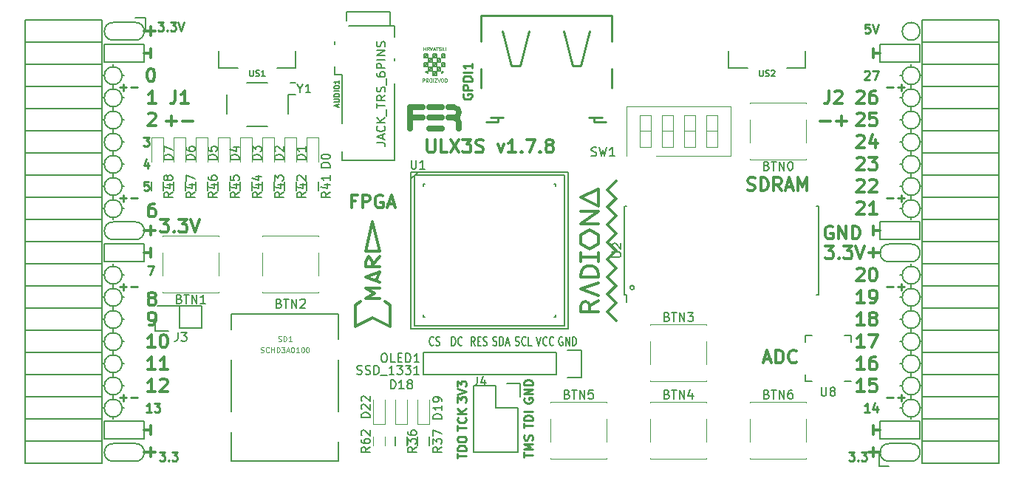
<source format=gto>
G04 #@! TF.FileFunction,Legend,Top*
%FSLAX46Y46*%
G04 Gerber Fmt 4.6, Leading zero omitted, Abs format (unit mm)*
G04 Created by KiCad (PCBNEW 4.0.7+dfsg1-1) date Mon Jan  8 20:14:45 2018*
%MOMM*%
%LPD*%
G01*
G04 APERTURE LIST*
%ADD10C,0.100000*%
%ADD11C,0.300000*%
%ADD12C,0.200000*%
%ADD13C,0.250000*%
%ADD14C,0.150000*%
%ADD15C,0.120000*%
%ADD16C,0.700000*%
%ADD17C,0.254000*%
%ADD18C,0.075000*%
%ADD19C,0.152400*%
%ADD20C,0.124460*%
G04 APERTURE END LIST*
D10*
D11*
X182492000Y-87582000D02*
X182492000Y-88598000D01*
X181984000Y-88090000D02*
X183254000Y-88090000D01*
X182492000Y-110442000D02*
X182492000Y-111458000D01*
X183254000Y-110950000D02*
X181984000Y-110950000D01*
X99688000Y-110442000D02*
X99688000Y-111458000D01*
X98926000Y-110950000D02*
X100196000Y-110950000D01*
X99688000Y-62182000D02*
X99688000Y-63198000D01*
X98926000Y-62690000D02*
X100196000Y-62690000D01*
X99688000Y-85042000D02*
X99688000Y-86058000D01*
X98926000Y-85550000D02*
X100196000Y-85550000D01*
D12*
X97910000Y-63706000D02*
G75*
G03X97910000Y-61674000I0J1016000D01*
G01*
X184270000Y-109934000D02*
G75*
G03X184270000Y-111966000I0J-1016000D01*
G01*
X95370000Y-111966000D02*
X97910000Y-111966000D01*
X95370000Y-109934000D02*
X97910000Y-109934000D01*
X97910000Y-111966000D02*
G75*
G03X97910000Y-109934000I0J1016000D01*
G01*
X95370000Y-109934000D02*
G75*
G03X95370000Y-111966000I0J-1016000D01*
G01*
X95370000Y-61674000D02*
X97910000Y-61674000D01*
X95370000Y-63706000D02*
X97910000Y-63706000D01*
X95370000Y-61674000D02*
G75*
G03X95370000Y-63706000I0J-1016000D01*
G01*
X95370000Y-84534000D02*
X97910000Y-84534000D01*
X95370000Y-86566000D02*
X97910000Y-86566000D01*
X95370000Y-84534000D02*
G75*
G03X95370000Y-86566000I0J-1016000D01*
G01*
X97910000Y-86566000D02*
G75*
G03X97910000Y-84534000I0J1016000D01*
G01*
X187826000Y-62690000D02*
G75*
G03X187826000Y-62690000I-1016000J0D01*
G01*
X184270000Y-89106000D02*
X186810000Y-89106000D01*
X184270000Y-87074000D02*
X186810000Y-87074000D01*
X184270000Y-87074000D02*
G75*
G03X184270000Y-89106000I0J-1016000D01*
G01*
X186810000Y-89106000D02*
G75*
G03X186810000Y-87074000I0J1016000D01*
G01*
X186810000Y-111966000D02*
X184270000Y-111966000D01*
X186810000Y-109934000D02*
X184270000Y-109934000D01*
X186810000Y-111966000D02*
G75*
G03X186810000Y-109934000I0J1016000D01*
G01*
X94354000Y-66246000D02*
X94354000Y-64214000D01*
X98926000Y-66246000D02*
X94354000Y-66246000D01*
X98926000Y-64214000D02*
X98926000Y-66246000D01*
X94354000Y-64214000D02*
X98926000Y-64214000D01*
X94354000Y-87074000D02*
X98926000Y-87074000D01*
X94354000Y-89106000D02*
X94354000Y-87074000D01*
X98926000Y-89106000D02*
X94354000Y-89106000D01*
X98926000Y-87074000D02*
X98926000Y-89106000D01*
X94354000Y-109426000D02*
X98926000Y-109426000D01*
X94354000Y-107394000D02*
X94354000Y-109426000D01*
X98926000Y-107394000D02*
X94354000Y-107394000D01*
X98926000Y-109426000D02*
X98926000Y-107394000D01*
X183254000Y-109426000D02*
X187826000Y-109426000D01*
X183254000Y-107394000D02*
X183254000Y-109426000D01*
X187826000Y-107394000D02*
X187826000Y-109426000D01*
X183254000Y-107394000D02*
X187826000Y-107394000D01*
X183254000Y-66246000D02*
X187826000Y-66246000D01*
X183254000Y-64214000D02*
X183254000Y-66246000D01*
X187826000Y-64214000D02*
X183254000Y-64214000D01*
X187826000Y-66246000D02*
X187826000Y-64214000D01*
X183254000Y-84534000D02*
X187826000Y-84534000D01*
X183254000Y-86566000D02*
X183254000Y-84534000D01*
X187826000Y-86566000D02*
X183254000Y-86566000D01*
X187826000Y-84534000D02*
X187826000Y-86566000D01*
D13*
X96148000Y-69111429D02*
X96909905Y-69111429D01*
X96528953Y-69492381D02*
X96528953Y-68730476D01*
X97386095Y-69111429D02*
X98148000Y-69111429D01*
X96148000Y-81811429D02*
X96909905Y-81811429D01*
X96528953Y-82192381D02*
X96528953Y-81430476D01*
X97386095Y-81811429D02*
X98148000Y-81811429D01*
X96148000Y-91971429D02*
X96909905Y-91971429D01*
X96528953Y-92352381D02*
X96528953Y-91590476D01*
X97386095Y-91971429D02*
X98148000Y-91971429D01*
X96148000Y-104671429D02*
X96909905Y-104671429D01*
X96528953Y-105052381D02*
X96528953Y-104290476D01*
X97386095Y-104671429D02*
X98148000Y-104671429D01*
X184032000Y-104671429D02*
X184793905Y-104671429D01*
X185270095Y-104671429D02*
X186032000Y-104671429D01*
X185651048Y-105052381D02*
X185651048Y-104290476D01*
X184032000Y-91971429D02*
X184793905Y-91971429D01*
X185270095Y-91971429D02*
X186032000Y-91971429D01*
X185651048Y-92352381D02*
X185651048Y-91590476D01*
X184032000Y-81811429D02*
X184793905Y-81811429D01*
X185270095Y-81811429D02*
X186032000Y-81811429D01*
X185651048Y-82192381D02*
X185651048Y-81430476D01*
X184032000Y-69111429D02*
X184793905Y-69111429D01*
X185270095Y-69111429D02*
X186032000Y-69111429D01*
X185651048Y-69492381D02*
X185651048Y-68730476D01*
D11*
X176420000Y-72957143D02*
X177562857Y-72957143D01*
X178277143Y-72957143D02*
X179420000Y-72957143D01*
X178848571Y-73528571D02*
X178848571Y-72385714D01*
D12*
X187826000Y-67770000D02*
G75*
G03X187826000Y-67770000I-1016000J0D01*
G01*
X187826000Y-70310000D02*
G75*
G03X187826000Y-70310000I-1016000J0D01*
G01*
X187826000Y-72850000D02*
G75*
G03X187826000Y-72850000I-1016000J0D01*
G01*
X187826000Y-75390000D02*
G75*
G03X187826000Y-75390000I-1016000J0D01*
G01*
X187826000Y-77930000D02*
G75*
G03X187826000Y-77930000I-1016000J0D01*
G01*
X187826000Y-80470000D02*
G75*
G03X187826000Y-80470000I-1016000J0D01*
G01*
X187826000Y-83010000D02*
G75*
G03X187826000Y-83010000I-1016000J0D01*
G01*
X187826000Y-90630000D02*
G75*
G03X187826000Y-90630000I-1016000J0D01*
G01*
X187826000Y-93170000D02*
G75*
G03X187826000Y-93170000I-1016000J0D01*
G01*
X187826000Y-95710000D02*
G75*
G03X187826000Y-95710000I-1016000J0D01*
G01*
X187826000Y-98250000D02*
G75*
G03X187826000Y-98250000I-1016000J0D01*
G01*
X187826000Y-100790000D02*
G75*
G03X187826000Y-100790000I-1016000J0D01*
G01*
X187826000Y-103330000D02*
G75*
G03X187826000Y-103330000I-1016000J0D01*
G01*
X187826000Y-105870000D02*
G75*
G03X187826000Y-105870000I-1016000J0D01*
G01*
X96386000Y-105870000D02*
G75*
G03X96386000Y-105870000I-1016000J0D01*
G01*
X96386000Y-103330000D02*
G75*
G03X96386000Y-103330000I-1016000J0D01*
G01*
X96386000Y-100790000D02*
G75*
G03X96386000Y-100790000I-1016000J0D01*
G01*
X96386000Y-98250000D02*
G75*
G03X96386000Y-98250000I-1016000J0D01*
G01*
X96386000Y-95710000D02*
G75*
G03X96386000Y-95710000I-1016000J0D01*
G01*
X96386000Y-93170000D02*
G75*
G03X96386000Y-93170000I-1016000J0D01*
G01*
X96386000Y-90630000D02*
G75*
G03X96386000Y-90630000I-1016000J0D01*
G01*
X96386000Y-83010000D02*
G75*
G03X96386000Y-83010000I-1016000J0D01*
G01*
X96386000Y-80470000D02*
G75*
G03X96386000Y-80470000I-1016000J0D01*
G01*
X96386000Y-77930000D02*
G75*
G03X96386000Y-77930000I-1016000J0D01*
G01*
X96386000Y-75390000D02*
G75*
G03X96386000Y-75390000I-1016000J0D01*
G01*
X96386000Y-72850000D02*
G75*
G03X96386000Y-72850000I-1016000J0D01*
G01*
X96386000Y-70310000D02*
G75*
G03X96386000Y-70310000I-1016000J0D01*
G01*
X96386000Y-67770000D02*
G75*
G03X96386000Y-67770000I-1016000J0D01*
G01*
D11*
X177793143Y-85054000D02*
X177650286Y-84982571D01*
X177436000Y-84982571D01*
X177221715Y-85054000D01*
X177078857Y-85196857D01*
X177007429Y-85339714D01*
X176936000Y-85625429D01*
X176936000Y-85839714D01*
X177007429Y-86125429D01*
X177078857Y-86268286D01*
X177221715Y-86411143D01*
X177436000Y-86482571D01*
X177578857Y-86482571D01*
X177793143Y-86411143D01*
X177864572Y-86339714D01*
X177864572Y-85839714D01*
X177578857Y-85839714D01*
X178507429Y-86482571D02*
X178507429Y-84982571D01*
X179364572Y-86482571D01*
X179364572Y-84982571D01*
X180078858Y-86482571D02*
X180078858Y-84982571D01*
X180436001Y-84982571D01*
X180650286Y-85054000D01*
X180793144Y-85196857D01*
X180864572Y-85339714D01*
X180936001Y-85625429D01*
X180936001Y-85839714D01*
X180864572Y-86125429D01*
X180793144Y-86268286D01*
X180650286Y-86411143D01*
X180436001Y-86482571D01*
X180078858Y-86482571D01*
X182492000Y-86058000D02*
X182492000Y-85042000D01*
X183254000Y-85550000D02*
X182492000Y-85550000D01*
X182492000Y-107902000D02*
X182492000Y-108918000D01*
X182492000Y-108410000D02*
X183254000Y-108410000D01*
D13*
X182047524Y-106322381D02*
X181476095Y-106322381D01*
X181761809Y-106322381D02*
X181761809Y-105322381D01*
X181666571Y-105465238D01*
X181571333Y-105560476D01*
X181476095Y-105608095D01*
X182904667Y-105655714D02*
X182904667Y-106322381D01*
X182666571Y-105274762D02*
X182428476Y-105989048D01*
X183047524Y-105989048D01*
X181476095Y-67317619D02*
X181523714Y-67270000D01*
X181618952Y-67222381D01*
X181857048Y-67222381D01*
X181952286Y-67270000D01*
X181999905Y-67317619D01*
X182047524Y-67412857D01*
X182047524Y-67508095D01*
X181999905Y-67650952D01*
X181428476Y-68222381D01*
X182047524Y-68222381D01*
X182380857Y-67222381D02*
X183047524Y-67222381D01*
X182618952Y-68222381D01*
D11*
X182492000Y-64722000D02*
X182492000Y-65738000D01*
X182492000Y-65230000D02*
X183254000Y-65230000D01*
X99688000Y-107902000D02*
X99688000Y-108918000D01*
X98926000Y-108410000D02*
X99688000Y-108410000D01*
D13*
X98846667Y-74842381D02*
X99465715Y-74842381D01*
X99132381Y-75223333D01*
X99275239Y-75223333D01*
X99370477Y-75270952D01*
X99418096Y-75318571D01*
X99465715Y-75413810D01*
X99465715Y-75651905D01*
X99418096Y-75747143D01*
X99370477Y-75794762D01*
X99275239Y-75842381D01*
X98989524Y-75842381D01*
X98894286Y-75794762D01*
X98846667Y-75747143D01*
X99370477Y-77715714D02*
X99370477Y-78382381D01*
X99132381Y-77334762D02*
X98894286Y-78049048D01*
X99513334Y-78049048D01*
X99418096Y-79922381D02*
X98941905Y-79922381D01*
X98894286Y-80398571D01*
X98941905Y-80350952D01*
X99037143Y-80303333D01*
X99275239Y-80303333D01*
X99370477Y-80350952D01*
X99418096Y-80398571D01*
X99465715Y-80493810D01*
X99465715Y-80731905D01*
X99418096Y-80827143D01*
X99370477Y-80874762D01*
X99275239Y-80922381D01*
X99037143Y-80922381D01*
X98941905Y-80874762D01*
X98894286Y-80827143D01*
X99751524Y-106322381D02*
X99180095Y-106322381D01*
X99465809Y-106322381D02*
X99465809Y-105322381D01*
X99370571Y-105465238D01*
X99275333Y-105560476D01*
X99180095Y-105608095D01*
X100084857Y-105322381D02*
X100703905Y-105322381D01*
X100370571Y-105703333D01*
X100513429Y-105703333D01*
X100608667Y-105750952D01*
X100656286Y-105798571D01*
X100703905Y-105893810D01*
X100703905Y-106131905D01*
X100656286Y-106227143D01*
X100608667Y-106274762D01*
X100513429Y-106322381D01*
X100227714Y-106322381D01*
X100132476Y-106274762D01*
X100084857Y-106227143D01*
X99354667Y-89574381D02*
X100021334Y-89574381D01*
X99592762Y-90574381D01*
D11*
X99688000Y-87582000D02*
X99688000Y-88598000D01*
X98926000Y-88090000D02*
X99688000Y-88090000D01*
X99688000Y-64722000D02*
X99688000Y-65738000D01*
X98926000Y-65230000D02*
X99688000Y-65230000D01*
D13*
X100497810Y-61634381D02*
X101116858Y-61634381D01*
X100783524Y-62015333D01*
X100926382Y-62015333D01*
X101021620Y-62062952D01*
X101069239Y-62110571D01*
X101116858Y-62205810D01*
X101116858Y-62443905D01*
X101069239Y-62539143D01*
X101021620Y-62586762D01*
X100926382Y-62634381D01*
X100640667Y-62634381D01*
X100545429Y-62586762D01*
X100497810Y-62539143D01*
X101545429Y-62539143D02*
X101593048Y-62586762D01*
X101545429Y-62634381D01*
X101497810Y-62586762D01*
X101545429Y-62539143D01*
X101545429Y-62634381D01*
X101926381Y-61634381D02*
X102545429Y-61634381D01*
X102212095Y-62015333D01*
X102354953Y-62015333D01*
X102450191Y-62062952D01*
X102497810Y-62110571D01*
X102545429Y-62205810D01*
X102545429Y-62443905D01*
X102497810Y-62539143D01*
X102450191Y-62586762D01*
X102354953Y-62634381D01*
X102069238Y-62634381D01*
X101974000Y-62586762D01*
X101926381Y-62539143D01*
X102831143Y-61634381D02*
X103164476Y-62634381D01*
X103497810Y-61634381D01*
X179666381Y-110910381D02*
X180285429Y-110910381D01*
X179952095Y-111291333D01*
X180094953Y-111291333D01*
X180190191Y-111338952D01*
X180237810Y-111386571D01*
X180285429Y-111481810D01*
X180285429Y-111719905D01*
X180237810Y-111815143D01*
X180190191Y-111862762D01*
X180094953Y-111910381D01*
X179809238Y-111910381D01*
X179714000Y-111862762D01*
X179666381Y-111815143D01*
X180714000Y-111815143D02*
X180761619Y-111862762D01*
X180714000Y-111910381D01*
X180666381Y-111862762D01*
X180714000Y-111815143D01*
X180714000Y-111910381D01*
X181094952Y-110910381D02*
X181714000Y-110910381D01*
X181380666Y-111291333D01*
X181523524Y-111291333D01*
X181618762Y-111338952D01*
X181666381Y-111386571D01*
X181714000Y-111481810D01*
X181714000Y-111719905D01*
X181666381Y-111815143D01*
X181618762Y-111862762D01*
X181523524Y-111910381D01*
X181237809Y-111910381D01*
X181142571Y-111862762D01*
X181094952Y-111815143D01*
D11*
X100775715Y-84220571D02*
X101704286Y-84220571D01*
X101204286Y-84792000D01*
X101418572Y-84792000D01*
X101561429Y-84863429D01*
X101632858Y-84934857D01*
X101704286Y-85077714D01*
X101704286Y-85434857D01*
X101632858Y-85577714D01*
X101561429Y-85649143D01*
X101418572Y-85720571D01*
X100990000Y-85720571D01*
X100847143Y-85649143D01*
X100775715Y-85577714D01*
X102347143Y-85577714D02*
X102418571Y-85649143D01*
X102347143Y-85720571D01*
X102275714Y-85649143D01*
X102347143Y-85577714D01*
X102347143Y-85720571D01*
X102918572Y-84220571D02*
X103847143Y-84220571D01*
X103347143Y-84792000D01*
X103561429Y-84792000D01*
X103704286Y-84863429D01*
X103775715Y-84934857D01*
X103847143Y-85077714D01*
X103847143Y-85434857D01*
X103775715Y-85577714D01*
X103704286Y-85649143D01*
X103561429Y-85720571D01*
X103132857Y-85720571D01*
X102990000Y-85649143D01*
X102918572Y-85577714D01*
X104275714Y-84220571D02*
X104775714Y-85720571D01*
X105275714Y-84220571D01*
D13*
X100672381Y-110910381D02*
X101291429Y-110910381D01*
X100958095Y-111291333D01*
X101100953Y-111291333D01*
X101196191Y-111338952D01*
X101243810Y-111386571D01*
X101291429Y-111481810D01*
X101291429Y-111719905D01*
X101243810Y-111815143D01*
X101196191Y-111862762D01*
X101100953Y-111910381D01*
X100815238Y-111910381D01*
X100720000Y-111862762D01*
X100672381Y-111815143D01*
X101720000Y-111815143D02*
X101767619Y-111862762D01*
X101720000Y-111910381D01*
X101672381Y-111862762D01*
X101720000Y-111815143D01*
X101720000Y-111910381D01*
X102100952Y-110910381D02*
X102720000Y-110910381D01*
X102386666Y-111291333D01*
X102529524Y-111291333D01*
X102624762Y-111338952D01*
X102672381Y-111386571D01*
X102720000Y-111481810D01*
X102720000Y-111719905D01*
X102672381Y-111815143D01*
X102624762Y-111862762D01*
X102529524Y-111910381D01*
X102243809Y-111910381D01*
X102148571Y-111862762D01*
X102100952Y-111815143D01*
X182047524Y-61888381D02*
X181571333Y-61888381D01*
X181523714Y-62364571D01*
X181571333Y-62316952D01*
X181666571Y-62269333D01*
X181904667Y-62269333D01*
X181999905Y-62316952D01*
X182047524Y-62364571D01*
X182095143Y-62459810D01*
X182095143Y-62697905D01*
X182047524Y-62793143D01*
X181999905Y-62840762D01*
X181904667Y-62888381D01*
X181666571Y-62888381D01*
X181571333Y-62840762D01*
X181523714Y-62793143D01*
X182380857Y-61888381D02*
X182714190Y-62888381D01*
X183047524Y-61888381D01*
D11*
X180587143Y-69631429D02*
X180658572Y-69560000D01*
X180801429Y-69488571D01*
X181158572Y-69488571D01*
X181301429Y-69560000D01*
X181372858Y-69631429D01*
X181444286Y-69774286D01*
X181444286Y-69917143D01*
X181372858Y-70131429D01*
X180515715Y-70988571D01*
X181444286Y-70988571D01*
X182730000Y-69488571D02*
X182444286Y-69488571D01*
X182301429Y-69560000D01*
X182230000Y-69631429D01*
X182087143Y-69845714D01*
X182015714Y-70131429D01*
X182015714Y-70702857D01*
X182087143Y-70845714D01*
X182158571Y-70917143D01*
X182301429Y-70988571D01*
X182587143Y-70988571D01*
X182730000Y-70917143D01*
X182801429Y-70845714D01*
X182872857Y-70702857D01*
X182872857Y-70345714D01*
X182801429Y-70202857D01*
X182730000Y-70131429D01*
X182587143Y-70060000D01*
X182301429Y-70060000D01*
X182158571Y-70131429D01*
X182087143Y-70202857D01*
X182015714Y-70345714D01*
X180587143Y-72171429D02*
X180658572Y-72100000D01*
X180801429Y-72028571D01*
X181158572Y-72028571D01*
X181301429Y-72100000D01*
X181372858Y-72171429D01*
X181444286Y-72314286D01*
X181444286Y-72457143D01*
X181372858Y-72671429D01*
X180515715Y-73528571D01*
X181444286Y-73528571D01*
X182801429Y-72028571D02*
X182087143Y-72028571D01*
X182015714Y-72742857D01*
X182087143Y-72671429D01*
X182230000Y-72600000D01*
X182587143Y-72600000D01*
X182730000Y-72671429D01*
X182801429Y-72742857D01*
X182872857Y-72885714D01*
X182872857Y-73242857D01*
X182801429Y-73385714D01*
X182730000Y-73457143D01*
X182587143Y-73528571D01*
X182230000Y-73528571D01*
X182087143Y-73457143D01*
X182015714Y-73385714D01*
X180587143Y-74711429D02*
X180658572Y-74640000D01*
X180801429Y-74568571D01*
X181158572Y-74568571D01*
X181301429Y-74640000D01*
X181372858Y-74711429D01*
X181444286Y-74854286D01*
X181444286Y-74997143D01*
X181372858Y-75211429D01*
X180515715Y-76068571D01*
X181444286Y-76068571D01*
X182730000Y-75068571D02*
X182730000Y-76068571D01*
X182372857Y-74497143D02*
X182015714Y-75568571D01*
X182944286Y-75568571D01*
X180587143Y-77251429D02*
X180658572Y-77180000D01*
X180801429Y-77108571D01*
X181158572Y-77108571D01*
X181301429Y-77180000D01*
X181372858Y-77251429D01*
X181444286Y-77394286D01*
X181444286Y-77537143D01*
X181372858Y-77751429D01*
X180515715Y-78608571D01*
X181444286Y-78608571D01*
X181944286Y-77108571D02*
X182872857Y-77108571D01*
X182372857Y-77680000D01*
X182587143Y-77680000D01*
X182730000Y-77751429D01*
X182801429Y-77822857D01*
X182872857Y-77965714D01*
X182872857Y-78322857D01*
X182801429Y-78465714D01*
X182730000Y-78537143D01*
X182587143Y-78608571D01*
X182158571Y-78608571D01*
X182015714Y-78537143D01*
X181944286Y-78465714D01*
X180587143Y-79791429D02*
X180658572Y-79720000D01*
X180801429Y-79648571D01*
X181158572Y-79648571D01*
X181301429Y-79720000D01*
X181372858Y-79791429D01*
X181444286Y-79934286D01*
X181444286Y-80077143D01*
X181372858Y-80291429D01*
X180515715Y-81148571D01*
X181444286Y-81148571D01*
X182015714Y-79791429D02*
X182087143Y-79720000D01*
X182230000Y-79648571D01*
X182587143Y-79648571D01*
X182730000Y-79720000D01*
X182801429Y-79791429D01*
X182872857Y-79934286D01*
X182872857Y-80077143D01*
X182801429Y-80291429D01*
X181944286Y-81148571D01*
X182872857Y-81148571D01*
X180587143Y-82331429D02*
X180658572Y-82260000D01*
X180801429Y-82188571D01*
X181158572Y-82188571D01*
X181301429Y-82260000D01*
X181372858Y-82331429D01*
X181444286Y-82474286D01*
X181444286Y-82617143D01*
X181372858Y-82831429D01*
X180515715Y-83688571D01*
X181444286Y-83688571D01*
X182872857Y-83688571D02*
X182015714Y-83688571D01*
X182444286Y-83688571D02*
X182444286Y-82188571D01*
X182301429Y-82402857D01*
X182158571Y-82545714D01*
X182015714Y-82617143D01*
X176975715Y-87268571D02*
X177904286Y-87268571D01*
X177404286Y-87840000D01*
X177618572Y-87840000D01*
X177761429Y-87911429D01*
X177832858Y-87982857D01*
X177904286Y-88125714D01*
X177904286Y-88482857D01*
X177832858Y-88625714D01*
X177761429Y-88697143D01*
X177618572Y-88768571D01*
X177190000Y-88768571D01*
X177047143Y-88697143D01*
X176975715Y-88625714D01*
X178547143Y-88625714D02*
X178618571Y-88697143D01*
X178547143Y-88768571D01*
X178475714Y-88697143D01*
X178547143Y-88625714D01*
X178547143Y-88768571D01*
X179118572Y-87268571D02*
X180047143Y-87268571D01*
X179547143Y-87840000D01*
X179761429Y-87840000D01*
X179904286Y-87911429D01*
X179975715Y-87982857D01*
X180047143Y-88125714D01*
X180047143Y-88482857D01*
X179975715Y-88625714D01*
X179904286Y-88697143D01*
X179761429Y-88768571D01*
X179332857Y-88768571D01*
X179190000Y-88697143D01*
X179118572Y-88625714D01*
X180475714Y-87268571D02*
X180975714Y-88768571D01*
X181475714Y-87268571D01*
X180587143Y-89951429D02*
X180658572Y-89880000D01*
X180801429Y-89808571D01*
X181158572Y-89808571D01*
X181301429Y-89880000D01*
X181372858Y-89951429D01*
X181444286Y-90094286D01*
X181444286Y-90237143D01*
X181372858Y-90451429D01*
X180515715Y-91308571D01*
X181444286Y-91308571D01*
X182372857Y-89808571D02*
X182515714Y-89808571D01*
X182658571Y-89880000D01*
X182730000Y-89951429D01*
X182801429Y-90094286D01*
X182872857Y-90380000D01*
X182872857Y-90737143D01*
X182801429Y-91022857D01*
X182730000Y-91165714D01*
X182658571Y-91237143D01*
X182515714Y-91308571D01*
X182372857Y-91308571D01*
X182230000Y-91237143D01*
X182158571Y-91165714D01*
X182087143Y-91022857D01*
X182015714Y-90737143D01*
X182015714Y-90380000D01*
X182087143Y-90094286D01*
X182158571Y-89951429D01*
X182230000Y-89880000D01*
X182372857Y-89808571D01*
X181444286Y-93848571D02*
X180587143Y-93848571D01*
X181015715Y-93848571D02*
X181015715Y-92348571D01*
X180872858Y-92562857D01*
X180730000Y-92705714D01*
X180587143Y-92777143D01*
X182158571Y-93848571D02*
X182444286Y-93848571D01*
X182587143Y-93777143D01*
X182658571Y-93705714D01*
X182801429Y-93491429D01*
X182872857Y-93205714D01*
X182872857Y-92634286D01*
X182801429Y-92491429D01*
X182730000Y-92420000D01*
X182587143Y-92348571D01*
X182301429Y-92348571D01*
X182158571Y-92420000D01*
X182087143Y-92491429D01*
X182015714Y-92634286D01*
X182015714Y-92991429D01*
X182087143Y-93134286D01*
X182158571Y-93205714D01*
X182301429Y-93277143D01*
X182587143Y-93277143D01*
X182730000Y-93205714D01*
X182801429Y-93134286D01*
X182872857Y-92991429D01*
X181444286Y-96388571D02*
X180587143Y-96388571D01*
X181015715Y-96388571D02*
X181015715Y-94888571D01*
X180872858Y-95102857D01*
X180730000Y-95245714D01*
X180587143Y-95317143D01*
X182301429Y-95531429D02*
X182158571Y-95460000D01*
X182087143Y-95388571D01*
X182015714Y-95245714D01*
X182015714Y-95174286D01*
X182087143Y-95031429D01*
X182158571Y-94960000D01*
X182301429Y-94888571D01*
X182587143Y-94888571D01*
X182730000Y-94960000D01*
X182801429Y-95031429D01*
X182872857Y-95174286D01*
X182872857Y-95245714D01*
X182801429Y-95388571D01*
X182730000Y-95460000D01*
X182587143Y-95531429D01*
X182301429Y-95531429D01*
X182158571Y-95602857D01*
X182087143Y-95674286D01*
X182015714Y-95817143D01*
X182015714Y-96102857D01*
X182087143Y-96245714D01*
X182158571Y-96317143D01*
X182301429Y-96388571D01*
X182587143Y-96388571D01*
X182730000Y-96317143D01*
X182801429Y-96245714D01*
X182872857Y-96102857D01*
X182872857Y-95817143D01*
X182801429Y-95674286D01*
X182730000Y-95602857D01*
X182587143Y-95531429D01*
X181444286Y-98928571D02*
X180587143Y-98928571D01*
X181015715Y-98928571D02*
X181015715Y-97428571D01*
X180872858Y-97642857D01*
X180730000Y-97785714D01*
X180587143Y-97857143D01*
X181944286Y-97428571D02*
X182944286Y-97428571D01*
X182301429Y-98928571D01*
X181444286Y-101468571D02*
X180587143Y-101468571D01*
X181015715Y-101468571D02*
X181015715Y-99968571D01*
X180872858Y-100182857D01*
X180730000Y-100325714D01*
X180587143Y-100397143D01*
X182730000Y-99968571D02*
X182444286Y-99968571D01*
X182301429Y-100040000D01*
X182230000Y-100111429D01*
X182087143Y-100325714D01*
X182015714Y-100611429D01*
X182015714Y-101182857D01*
X182087143Y-101325714D01*
X182158571Y-101397143D01*
X182301429Y-101468571D01*
X182587143Y-101468571D01*
X182730000Y-101397143D01*
X182801429Y-101325714D01*
X182872857Y-101182857D01*
X182872857Y-100825714D01*
X182801429Y-100682857D01*
X182730000Y-100611429D01*
X182587143Y-100540000D01*
X182301429Y-100540000D01*
X182158571Y-100611429D01*
X182087143Y-100682857D01*
X182015714Y-100825714D01*
X181444286Y-104008571D02*
X180587143Y-104008571D01*
X181015715Y-104008571D02*
X181015715Y-102508571D01*
X180872858Y-102722857D01*
X180730000Y-102865714D01*
X180587143Y-102937143D01*
X182801429Y-102508571D02*
X182087143Y-102508571D01*
X182015714Y-103222857D01*
X182087143Y-103151429D01*
X182230000Y-103080000D01*
X182587143Y-103080000D01*
X182730000Y-103151429D01*
X182801429Y-103222857D01*
X182872857Y-103365714D01*
X182872857Y-103722857D01*
X182801429Y-103865714D01*
X182730000Y-103937143D01*
X182587143Y-104008571D01*
X182230000Y-104008571D01*
X182087143Y-103937143D01*
X182015714Y-103865714D01*
D12*
X186810000Y-66500000D02*
X186810000Y-66754000D01*
X187826000Y-67770000D02*
X188080000Y-67770000D01*
X185540000Y-67770000D02*
X185794000Y-67770000D01*
X186810000Y-69294000D02*
X186810000Y-68786000D01*
X187826000Y-70310000D02*
X188080000Y-70310000D01*
X185540000Y-70310000D02*
X185794000Y-70310000D01*
X186810000Y-71326000D02*
X186810000Y-71834000D01*
X187826000Y-72850000D02*
X188080000Y-72850000D01*
X185540000Y-72850000D02*
X185794000Y-72850000D01*
X186810000Y-73866000D02*
X186810000Y-74374000D01*
X187826000Y-75390000D02*
X188080000Y-75390000D01*
X185540000Y-75390000D02*
X185794000Y-75390000D01*
X186810000Y-76406000D02*
X186810000Y-76914000D01*
X187826000Y-77930000D02*
X188080000Y-77930000D01*
X185540000Y-77930000D02*
X185794000Y-77930000D01*
X186810000Y-79454000D02*
X186810000Y-78946000D01*
X187826000Y-80470000D02*
X188080000Y-80470000D01*
X185540000Y-80470000D02*
X185794000Y-80470000D01*
X186810000Y-81994000D02*
X186810000Y-81486000D01*
X187826000Y-83010000D02*
X188080000Y-83010000D01*
X185540000Y-83010000D02*
X185794000Y-83010000D01*
X186810000Y-84026000D02*
X186810000Y-84280000D01*
X186810000Y-89360000D02*
X186810000Y-89614000D01*
X187826000Y-90630000D02*
X188080000Y-90630000D01*
X185540000Y-90630000D02*
X185794000Y-90630000D01*
X186810000Y-91646000D02*
X186810000Y-92154000D01*
X187826000Y-93170000D02*
X188080000Y-93170000D01*
X185540000Y-93170000D02*
X185794000Y-93170000D01*
X186810000Y-94186000D02*
X186810000Y-94694000D01*
X187826000Y-95710000D02*
X188080000Y-95710000D01*
X185540000Y-95710000D02*
X185794000Y-95710000D01*
X186810000Y-97234000D02*
X186810000Y-96726000D01*
X187826000Y-98250000D02*
X188080000Y-98250000D01*
X185540000Y-98250000D02*
X185794000Y-98250000D01*
X187826000Y-100790000D02*
X188080000Y-100790000D01*
X185540000Y-100790000D02*
X185794000Y-100790000D01*
X186810000Y-99266000D02*
X186810000Y-99774000D01*
X186810000Y-102314000D02*
X186810000Y-101806000D01*
X187826000Y-103330000D02*
X188080000Y-103330000D01*
X185540000Y-103330000D02*
X185794000Y-103330000D01*
X186810000Y-104346000D02*
X186810000Y-104854000D01*
X185540000Y-105870000D02*
X185794000Y-105870000D01*
X187826000Y-105870000D02*
X188080000Y-105870000D01*
X186810000Y-106886000D02*
X186810000Y-107140000D01*
X95370000Y-66754000D02*
X95370000Y-66500000D01*
X96386000Y-67770000D02*
X96640000Y-67770000D01*
X94100000Y-67770000D02*
X94354000Y-67770000D01*
X95370000Y-68786000D02*
X95370000Y-69294000D01*
X96386000Y-70310000D02*
X96640000Y-70310000D01*
X94100000Y-70310000D02*
X94354000Y-70310000D01*
X95370000Y-71326000D02*
X95370000Y-71834000D01*
X96386000Y-72850000D02*
X96640000Y-72850000D01*
X94100000Y-72850000D02*
X94354000Y-72850000D01*
X95370000Y-73866000D02*
X95370000Y-74374000D01*
X96386000Y-75390000D02*
X96640000Y-75390000D01*
X95370000Y-76406000D02*
X95370000Y-76914000D01*
X96386000Y-77930000D02*
X96640000Y-77930000D01*
X94100000Y-77930000D02*
X94354000Y-77930000D01*
X95370000Y-79454000D02*
X95370000Y-78946000D01*
X96386000Y-80470000D02*
X96640000Y-80470000D01*
X94100000Y-80470000D02*
X94354000Y-80470000D01*
X95370000Y-81486000D02*
X95370000Y-81994000D01*
X96386000Y-83010000D02*
X96640000Y-83010000D01*
X95370000Y-84026000D02*
X95370000Y-84280000D01*
X94100000Y-83010000D02*
X94354000Y-83010000D01*
X95370000Y-106886000D02*
X95370000Y-107140000D01*
X95370000Y-89360000D02*
X95370000Y-89614000D01*
X96386000Y-93170000D02*
X96640000Y-93170000D01*
X94100000Y-93170000D02*
X94354000Y-93170000D01*
X95370000Y-94186000D02*
X95370000Y-94694000D01*
X94100000Y-90630000D02*
X94354000Y-90630000D01*
X96386000Y-90630000D02*
X96640000Y-90630000D01*
X95370000Y-92154000D02*
X95370000Y-91646000D01*
X96386000Y-95710000D02*
X96640000Y-95710000D01*
X94100000Y-95710000D02*
X94354000Y-95710000D01*
X96386000Y-98250000D02*
X96640000Y-98250000D01*
X94354000Y-98250000D02*
X94100000Y-98250000D01*
X95370000Y-96726000D02*
X95370000Y-97234000D01*
X95370000Y-99266000D02*
X95370000Y-99774000D01*
X94100000Y-100790000D02*
X94354000Y-100790000D01*
X96386000Y-100790000D02*
X96640000Y-100790000D01*
X94100000Y-103330000D02*
X94354000Y-103330000D01*
X96386000Y-103330000D02*
X96640000Y-103330000D01*
X95370000Y-101806000D02*
X95370000Y-102314000D01*
X95370000Y-104346000D02*
X95370000Y-104854000D01*
X96386000Y-105870000D02*
X96640000Y-105870000D01*
X94100000Y-105870000D02*
X94354000Y-105870000D01*
D11*
X101490000Y-72957143D02*
X102632857Y-72957143D01*
X102061428Y-73528571D02*
X102061428Y-72385714D01*
X103347143Y-72957143D02*
X104490000Y-72957143D01*
X100164286Y-104008571D02*
X99307143Y-104008571D01*
X99735715Y-104008571D02*
X99735715Y-102508571D01*
X99592858Y-102722857D01*
X99450000Y-102865714D01*
X99307143Y-102937143D01*
X100735714Y-102651429D02*
X100807143Y-102580000D01*
X100950000Y-102508571D01*
X101307143Y-102508571D01*
X101450000Y-102580000D01*
X101521429Y-102651429D01*
X101592857Y-102794286D01*
X101592857Y-102937143D01*
X101521429Y-103151429D01*
X100664286Y-104008571D01*
X101592857Y-104008571D01*
X100164286Y-101468571D02*
X99307143Y-101468571D01*
X99735715Y-101468571D02*
X99735715Y-99968571D01*
X99592858Y-100182857D01*
X99450000Y-100325714D01*
X99307143Y-100397143D01*
X101592857Y-101468571D02*
X100735714Y-101468571D01*
X101164286Y-101468571D02*
X101164286Y-99968571D01*
X101021429Y-100182857D01*
X100878571Y-100325714D01*
X100735714Y-100397143D01*
X100164286Y-98928571D02*
X99307143Y-98928571D01*
X99735715Y-98928571D02*
X99735715Y-97428571D01*
X99592858Y-97642857D01*
X99450000Y-97785714D01*
X99307143Y-97857143D01*
X101092857Y-97428571D02*
X101235714Y-97428571D01*
X101378571Y-97500000D01*
X101450000Y-97571429D01*
X101521429Y-97714286D01*
X101592857Y-98000000D01*
X101592857Y-98357143D01*
X101521429Y-98642857D01*
X101450000Y-98785714D01*
X101378571Y-98857143D01*
X101235714Y-98928571D01*
X101092857Y-98928571D01*
X100950000Y-98857143D01*
X100878571Y-98785714D01*
X100807143Y-98642857D01*
X100735714Y-98357143D01*
X100735714Y-98000000D01*
X100807143Y-97714286D01*
X100878571Y-97571429D01*
X100950000Y-97500000D01*
X101092857Y-97428571D01*
X99529286Y-96388571D02*
X99815001Y-96388571D01*
X99957858Y-96317143D01*
X100029286Y-96245714D01*
X100172144Y-96031429D01*
X100243572Y-95745714D01*
X100243572Y-95174286D01*
X100172144Y-95031429D01*
X100100715Y-94960000D01*
X99957858Y-94888571D01*
X99672144Y-94888571D01*
X99529286Y-94960000D01*
X99457858Y-95031429D01*
X99386429Y-95174286D01*
X99386429Y-95531429D01*
X99457858Y-95674286D01*
X99529286Y-95745714D01*
X99672144Y-95817143D01*
X99957858Y-95817143D01*
X100100715Y-95745714D01*
X100172144Y-95674286D01*
X100243572Y-95531429D01*
X99672144Y-93245429D02*
X99529286Y-93174000D01*
X99457858Y-93102571D01*
X99386429Y-92959714D01*
X99386429Y-92888286D01*
X99457858Y-92745429D01*
X99529286Y-92674000D01*
X99672144Y-92602571D01*
X99957858Y-92602571D01*
X100100715Y-92674000D01*
X100172144Y-92745429D01*
X100243572Y-92888286D01*
X100243572Y-92959714D01*
X100172144Y-93102571D01*
X100100715Y-93174000D01*
X99957858Y-93245429D01*
X99672144Y-93245429D01*
X99529286Y-93316857D01*
X99457858Y-93388286D01*
X99386429Y-93531143D01*
X99386429Y-93816857D01*
X99457858Y-93959714D01*
X99529286Y-94031143D01*
X99672144Y-94102571D01*
X99957858Y-94102571D01*
X100100715Y-94031143D01*
X100172144Y-93959714D01*
X100243572Y-93816857D01*
X100243572Y-93531143D01*
X100172144Y-93388286D01*
X100100715Y-93316857D01*
X99957858Y-93245429D01*
X100100715Y-82442571D02*
X99815001Y-82442571D01*
X99672144Y-82514000D01*
X99600715Y-82585429D01*
X99457858Y-82799714D01*
X99386429Y-83085429D01*
X99386429Y-83656857D01*
X99457858Y-83799714D01*
X99529286Y-83871143D01*
X99672144Y-83942571D01*
X99957858Y-83942571D01*
X100100715Y-83871143D01*
X100172144Y-83799714D01*
X100243572Y-83656857D01*
X100243572Y-83299714D01*
X100172144Y-83156857D01*
X100100715Y-83085429D01*
X99957858Y-83014000D01*
X99672144Y-83014000D01*
X99529286Y-83085429D01*
X99457858Y-83156857D01*
X99386429Y-83299714D01*
X99386429Y-72171429D02*
X99457858Y-72100000D01*
X99600715Y-72028571D01*
X99957858Y-72028571D01*
X100100715Y-72100000D01*
X100172144Y-72171429D01*
X100243572Y-72314286D01*
X100243572Y-72457143D01*
X100172144Y-72671429D01*
X99315001Y-73528571D01*
X100243572Y-73528571D01*
X100243572Y-70988571D02*
X99386429Y-70988571D01*
X99815001Y-70988571D02*
X99815001Y-69488571D01*
X99672144Y-69702857D01*
X99529286Y-69845714D01*
X99386429Y-69917143D01*
X99616572Y-66948571D02*
X99759429Y-66948571D01*
X99902286Y-67020000D01*
X99973715Y-67091429D01*
X100045144Y-67234286D01*
X100116572Y-67520000D01*
X100116572Y-67877143D01*
X100045144Y-68162857D01*
X99973715Y-68305714D01*
X99902286Y-68377143D01*
X99759429Y-68448571D01*
X99616572Y-68448571D01*
X99473715Y-68377143D01*
X99402286Y-68305714D01*
X99330858Y-68162857D01*
X99259429Y-67877143D01*
X99259429Y-67520000D01*
X99330858Y-67234286D01*
X99402286Y-67091429D01*
X99473715Y-67020000D01*
X99616572Y-66948571D01*
X131371430Y-75076571D02*
X131371430Y-76290857D01*
X131442858Y-76433714D01*
X131514287Y-76505143D01*
X131657144Y-76576571D01*
X131942858Y-76576571D01*
X132085716Y-76505143D01*
X132157144Y-76433714D01*
X132228573Y-76290857D01*
X132228573Y-75076571D01*
X133657145Y-76576571D02*
X132942859Y-76576571D01*
X132942859Y-75076571D01*
X134014288Y-75076571D02*
X135014288Y-76576571D01*
X135014288Y-75076571D02*
X134014288Y-76576571D01*
X135442859Y-75076571D02*
X136371430Y-75076571D01*
X135871430Y-75648000D01*
X136085716Y-75648000D01*
X136228573Y-75719429D01*
X136300002Y-75790857D01*
X136371430Y-75933714D01*
X136371430Y-76290857D01*
X136300002Y-76433714D01*
X136228573Y-76505143D01*
X136085716Y-76576571D01*
X135657144Y-76576571D01*
X135514287Y-76505143D01*
X135442859Y-76433714D01*
X136942858Y-76505143D02*
X137157144Y-76576571D01*
X137514287Y-76576571D01*
X137657144Y-76505143D01*
X137728573Y-76433714D01*
X137800001Y-76290857D01*
X137800001Y-76148000D01*
X137728573Y-76005143D01*
X137657144Y-75933714D01*
X137514287Y-75862286D01*
X137228573Y-75790857D01*
X137085715Y-75719429D01*
X137014287Y-75648000D01*
X136942858Y-75505143D01*
X136942858Y-75362286D01*
X137014287Y-75219429D01*
X137085715Y-75148000D01*
X137228573Y-75076571D01*
X137585715Y-75076571D01*
X137800001Y-75148000D01*
X139442858Y-75576571D02*
X139800001Y-76576571D01*
X140157143Y-75576571D01*
X141514286Y-76576571D02*
X140657143Y-76576571D01*
X141085715Y-76576571D02*
X141085715Y-75076571D01*
X140942858Y-75290857D01*
X140800000Y-75433714D01*
X140657143Y-75505143D01*
X142157143Y-76433714D02*
X142228571Y-76505143D01*
X142157143Y-76576571D01*
X142085714Y-76505143D01*
X142157143Y-76433714D01*
X142157143Y-76576571D01*
X142728572Y-75076571D02*
X143728572Y-75076571D01*
X143085715Y-76576571D01*
X144300000Y-76433714D02*
X144371428Y-76505143D01*
X144300000Y-76576571D01*
X144228571Y-76505143D01*
X144300000Y-76433714D01*
X144300000Y-76576571D01*
X145228572Y-75719429D02*
X145085714Y-75648000D01*
X145014286Y-75576571D01*
X144942857Y-75433714D01*
X144942857Y-75362286D01*
X145014286Y-75219429D01*
X145085714Y-75148000D01*
X145228572Y-75076571D01*
X145514286Y-75076571D01*
X145657143Y-75148000D01*
X145728572Y-75219429D01*
X145800000Y-75362286D01*
X145800000Y-75433714D01*
X145728572Y-75576571D01*
X145657143Y-75648000D01*
X145514286Y-75719429D01*
X145228572Y-75719429D01*
X145085714Y-75790857D01*
X145014286Y-75862286D01*
X144942857Y-76005143D01*
X144942857Y-76290857D01*
X145014286Y-76433714D01*
X145085714Y-76505143D01*
X145228572Y-76576571D01*
X145514286Y-76576571D01*
X145657143Y-76505143D01*
X145728572Y-76433714D01*
X145800000Y-76290857D01*
X145800000Y-76005143D01*
X145728572Y-75862286D01*
X145657143Y-75790857D01*
X145514286Y-75719429D01*
X123159429Y-82140857D02*
X122659429Y-82140857D01*
X122659429Y-82926571D02*
X122659429Y-81426571D01*
X123373715Y-81426571D01*
X123945143Y-82926571D02*
X123945143Y-81426571D01*
X124516571Y-81426571D01*
X124659429Y-81498000D01*
X124730857Y-81569429D01*
X124802286Y-81712286D01*
X124802286Y-81926571D01*
X124730857Y-82069429D01*
X124659429Y-82140857D01*
X124516571Y-82212286D01*
X123945143Y-82212286D01*
X126230857Y-81498000D02*
X126088000Y-81426571D01*
X125873714Y-81426571D01*
X125659429Y-81498000D01*
X125516571Y-81640857D01*
X125445143Y-81783714D01*
X125373714Y-82069429D01*
X125373714Y-82283714D01*
X125445143Y-82569429D01*
X125516571Y-82712286D01*
X125659429Y-82855143D01*
X125873714Y-82926571D01*
X126016571Y-82926571D01*
X126230857Y-82855143D01*
X126302286Y-82783714D01*
X126302286Y-82283714D01*
X126016571Y-82283714D01*
X126873714Y-82498000D02*
X127588000Y-82498000D01*
X126730857Y-82926571D02*
X127230857Y-81426571D01*
X127730857Y-82926571D01*
X168077929Y-80886643D02*
X168292215Y-80958071D01*
X168649358Y-80958071D01*
X168792215Y-80886643D01*
X168863644Y-80815214D01*
X168935072Y-80672357D01*
X168935072Y-80529500D01*
X168863644Y-80386643D01*
X168792215Y-80315214D01*
X168649358Y-80243786D01*
X168363644Y-80172357D01*
X168220786Y-80100929D01*
X168149358Y-80029500D01*
X168077929Y-79886643D01*
X168077929Y-79743786D01*
X168149358Y-79600929D01*
X168220786Y-79529500D01*
X168363644Y-79458071D01*
X168720786Y-79458071D01*
X168935072Y-79529500D01*
X169577929Y-80958071D02*
X169577929Y-79458071D01*
X169935072Y-79458071D01*
X170149357Y-79529500D01*
X170292215Y-79672357D01*
X170363643Y-79815214D01*
X170435072Y-80100929D01*
X170435072Y-80315214D01*
X170363643Y-80600929D01*
X170292215Y-80743786D01*
X170149357Y-80886643D01*
X169935072Y-80958071D01*
X169577929Y-80958071D01*
X171935072Y-80958071D02*
X171435072Y-80243786D01*
X171077929Y-80958071D02*
X171077929Y-79458071D01*
X171649357Y-79458071D01*
X171792215Y-79529500D01*
X171863643Y-79600929D01*
X171935072Y-79743786D01*
X171935072Y-79958071D01*
X171863643Y-80100929D01*
X171792215Y-80172357D01*
X171649357Y-80243786D01*
X171077929Y-80243786D01*
X172506500Y-80529500D02*
X173220786Y-80529500D01*
X172363643Y-80958071D02*
X172863643Y-79458071D01*
X173363643Y-80958071D01*
X173863643Y-80958071D02*
X173863643Y-79458071D01*
X174363643Y-80529500D01*
X174863643Y-79458071D01*
X174863643Y-80958071D01*
X169966857Y-100278000D02*
X170681143Y-100278000D01*
X169824000Y-100706571D02*
X170324000Y-99206571D01*
X170824000Y-100706571D01*
X171324000Y-100706571D02*
X171324000Y-99206571D01*
X171681143Y-99206571D01*
X171895428Y-99278000D01*
X172038286Y-99420857D01*
X172109714Y-99563714D01*
X172181143Y-99849429D01*
X172181143Y-100063714D01*
X172109714Y-100349429D01*
X172038286Y-100492286D01*
X171895428Y-100635143D01*
X171681143Y-100706571D01*
X171324000Y-100706571D01*
X173681143Y-100563714D02*
X173609714Y-100635143D01*
X173395428Y-100706571D01*
X173252571Y-100706571D01*
X173038286Y-100635143D01*
X172895428Y-100492286D01*
X172824000Y-100349429D01*
X172752571Y-100063714D01*
X172752571Y-99849429D01*
X172824000Y-99563714D01*
X172895428Y-99420857D01*
X173038286Y-99278000D01*
X173252571Y-99206571D01*
X173395428Y-99206571D01*
X173609714Y-99278000D01*
X173681143Y-99349429D01*
D13*
X142447381Y-111521333D02*
X142447381Y-110949904D01*
X143447381Y-111235619D02*
X142447381Y-111235619D01*
X143447381Y-110616571D02*
X142447381Y-110616571D01*
X143161667Y-110283237D01*
X142447381Y-109949904D01*
X143447381Y-109949904D01*
X143399762Y-109521333D02*
X143447381Y-109378476D01*
X143447381Y-109140380D01*
X143399762Y-109045142D01*
X143352143Y-108997523D01*
X143256905Y-108949904D01*
X143161667Y-108949904D01*
X143066429Y-108997523D01*
X143018810Y-109045142D01*
X142971190Y-109140380D01*
X142923571Y-109330857D01*
X142875952Y-109426095D01*
X142828333Y-109473714D01*
X142733095Y-109521333D01*
X142637857Y-109521333D01*
X142542619Y-109473714D01*
X142495000Y-109426095D01*
X142447381Y-109330857D01*
X142447381Y-109092761D01*
X142495000Y-108949904D01*
X142447381Y-108163809D02*
X142447381Y-107592380D01*
X143447381Y-107878095D02*
X142447381Y-107878095D01*
X143447381Y-107259047D02*
X142447381Y-107259047D01*
X142447381Y-107020952D01*
X142495000Y-106878094D01*
X142590238Y-106782856D01*
X142685476Y-106735237D01*
X142875952Y-106687618D01*
X143018810Y-106687618D01*
X143209286Y-106735237D01*
X143304524Y-106782856D01*
X143399762Y-106878094D01*
X143447381Y-107020952D01*
X143447381Y-107259047D01*
X143447381Y-106259047D02*
X142447381Y-106259047D01*
X142495000Y-104726904D02*
X142447381Y-104822142D01*
X142447381Y-104964999D01*
X142495000Y-105107857D01*
X142590238Y-105203095D01*
X142685476Y-105250714D01*
X142875952Y-105298333D01*
X143018810Y-105298333D01*
X143209286Y-105250714D01*
X143304524Y-105203095D01*
X143399762Y-105107857D01*
X143447381Y-104964999D01*
X143447381Y-104869761D01*
X143399762Y-104726904D01*
X143352143Y-104679285D01*
X143018810Y-104679285D01*
X143018810Y-104869761D01*
X143447381Y-104250714D02*
X142447381Y-104250714D01*
X143447381Y-103679285D01*
X142447381Y-103679285D01*
X143447381Y-103203095D02*
X142447381Y-103203095D01*
X142447381Y-102965000D01*
X142495000Y-102822142D01*
X142590238Y-102726904D01*
X142685476Y-102679285D01*
X142875952Y-102631666D01*
X143018810Y-102631666D01*
X143209286Y-102679285D01*
X143304524Y-102726904D01*
X143399762Y-102822142D01*
X143447381Y-102965000D01*
X143447381Y-103203095D01*
X134827381Y-111624524D02*
X134827381Y-111053095D01*
X135827381Y-111338810D02*
X134827381Y-111338810D01*
X135827381Y-110719762D02*
X134827381Y-110719762D01*
X134827381Y-110481667D01*
X134875000Y-110338809D01*
X134970238Y-110243571D01*
X135065476Y-110195952D01*
X135255952Y-110148333D01*
X135398810Y-110148333D01*
X135589286Y-110195952D01*
X135684524Y-110243571D01*
X135779762Y-110338809D01*
X135827381Y-110481667D01*
X135827381Y-110719762D01*
X134827381Y-109529286D02*
X134827381Y-109338809D01*
X134875000Y-109243571D01*
X134970238Y-109148333D01*
X135160714Y-109100714D01*
X135494048Y-109100714D01*
X135684524Y-109148333D01*
X135779762Y-109243571D01*
X135827381Y-109338809D01*
X135827381Y-109529286D01*
X135779762Y-109624524D01*
X135684524Y-109719762D01*
X135494048Y-109767381D01*
X135160714Y-109767381D01*
X134970238Y-109719762D01*
X134875000Y-109624524D01*
X134827381Y-109529286D01*
X134827381Y-108425714D02*
X134827381Y-107854285D01*
X135827381Y-108140000D02*
X134827381Y-108140000D01*
X135732143Y-106949523D02*
X135779762Y-106997142D01*
X135827381Y-107139999D01*
X135827381Y-107235237D01*
X135779762Y-107378095D01*
X135684524Y-107473333D01*
X135589286Y-107520952D01*
X135398810Y-107568571D01*
X135255952Y-107568571D01*
X135065476Y-107520952D01*
X134970238Y-107473333D01*
X134875000Y-107378095D01*
X134827381Y-107235237D01*
X134827381Y-107139999D01*
X134875000Y-106997142D01*
X134922619Y-106949523D01*
X135827381Y-106520952D02*
X134827381Y-106520952D01*
X135827381Y-105949523D02*
X135255952Y-106378095D01*
X134827381Y-105949523D02*
X135398810Y-106520952D01*
X134827381Y-105203095D02*
X134827381Y-104584047D01*
X135208333Y-104917381D01*
X135208333Y-104774523D01*
X135255952Y-104679285D01*
X135303571Y-104631666D01*
X135398810Y-104584047D01*
X135636905Y-104584047D01*
X135732143Y-104631666D01*
X135779762Y-104679285D01*
X135827381Y-104774523D01*
X135827381Y-105060238D01*
X135779762Y-105155476D01*
X135732143Y-105203095D01*
X134827381Y-104298333D02*
X135827381Y-103965000D01*
X134827381Y-103631666D01*
X134827381Y-103393571D02*
X134827381Y-102774523D01*
X135208333Y-103107857D01*
X135208333Y-102964999D01*
X135255952Y-102869761D01*
X135303571Y-102822142D01*
X135398810Y-102774523D01*
X135636905Y-102774523D01*
X135732143Y-102822142D01*
X135779762Y-102869761D01*
X135827381Y-102964999D01*
X135827381Y-103250714D01*
X135779762Y-103345952D01*
X135732143Y-103393571D01*
D14*
X85270000Y-112220000D02*
X94100000Y-112220000D01*
X85270000Y-109680000D02*
X85270000Y-112220000D01*
X94100000Y-109680000D02*
X94100000Y-112220000D01*
X94100000Y-112220000D02*
X85270000Y-112220000D01*
X94100000Y-109680000D02*
X85270000Y-109680000D01*
X94100000Y-107140000D02*
X94100000Y-109680000D01*
X85270000Y-107140000D02*
X85270000Y-109680000D01*
X85270000Y-109680000D02*
X94100000Y-109680000D01*
X85270000Y-91900000D02*
X94100000Y-91900000D01*
X85270000Y-89360000D02*
X85270000Y-91900000D01*
X94100000Y-89360000D02*
X94100000Y-91900000D01*
X94100000Y-91900000D02*
X85270000Y-91900000D01*
X94100000Y-94440000D02*
X85270000Y-94440000D01*
X94100000Y-91900000D02*
X94100000Y-94440000D01*
X85270000Y-91900000D02*
X85270000Y-94440000D01*
X85270000Y-94440000D02*
X94100000Y-94440000D01*
X85270000Y-107140000D02*
X94100000Y-107140000D01*
X85270000Y-104600000D02*
X85270000Y-107140000D01*
X94100000Y-104600000D02*
X94100000Y-107140000D01*
X94100000Y-107140000D02*
X85270000Y-107140000D01*
X94100000Y-104600000D02*
X85270000Y-104600000D01*
X94100000Y-102060000D02*
X94100000Y-104600000D01*
X85270000Y-102060000D02*
X85270000Y-104600000D01*
X85270000Y-104600000D02*
X94100000Y-104600000D01*
X85270000Y-102060000D02*
X94100000Y-102060000D01*
X85270000Y-99520000D02*
X85270000Y-102060000D01*
X94100000Y-99520000D02*
X94100000Y-102060000D01*
X94100000Y-102060000D02*
X85270000Y-102060000D01*
X94100000Y-99520000D02*
X85270000Y-99520000D01*
X94100000Y-96980000D02*
X94100000Y-99520000D01*
X85270000Y-96980000D02*
X85270000Y-99520000D01*
X85270000Y-99520000D02*
X94100000Y-99520000D01*
X85270000Y-96980000D02*
X94100000Y-96980000D01*
X85270000Y-94440000D02*
X85270000Y-96980000D01*
X94100000Y-94440000D02*
X94100000Y-96980000D01*
X94100000Y-96980000D02*
X85270000Y-96980000D01*
X94100000Y-79200000D02*
X85270000Y-79200000D01*
X94100000Y-76660000D02*
X94100000Y-79200000D01*
X85270000Y-76660000D02*
X85270000Y-79200000D01*
X85270000Y-79200000D02*
X94100000Y-79200000D01*
X85270000Y-81740000D02*
X94100000Y-81740000D01*
X85270000Y-79200000D02*
X85270000Y-81740000D01*
X94100000Y-79200000D02*
X94100000Y-81740000D01*
X94100000Y-81740000D02*
X85270000Y-81740000D01*
X94100000Y-84280000D02*
X85270000Y-84280000D01*
X94100000Y-81740000D02*
X94100000Y-84280000D01*
X85270000Y-81740000D02*
X85270000Y-84280000D01*
X85270000Y-84280000D02*
X94100000Y-84280000D01*
X85270000Y-86820000D02*
X94100000Y-86820000D01*
X85270000Y-84280000D02*
X85270000Y-86820000D01*
X94100000Y-84280000D02*
X94100000Y-86820000D01*
X94100000Y-86820000D02*
X85270000Y-86820000D01*
X94100000Y-89360000D02*
X85270000Y-89360000D01*
X94100000Y-86820000D02*
X94100000Y-89360000D01*
X85270000Y-86820000D02*
X85270000Y-89360000D01*
X85270000Y-89360000D02*
X94100000Y-89360000D01*
X85270000Y-76660000D02*
X94100000Y-76660000D01*
X85270000Y-74120000D02*
X85270000Y-76660000D01*
X94100000Y-74120000D02*
X94100000Y-76660000D01*
X94100000Y-76660000D02*
X85270000Y-76660000D01*
X94100000Y-74120000D02*
X85270000Y-74120000D01*
X94100000Y-71580000D02*
X94100000Y-74120000D01*
X85270000Y-71580000D02*
X85270000Y-74120000D01*
X85270000Y-74120000D02*
X94100000Y-74120000D01*
X85270000Y-71580000D02*
X94100000Y-71580000D01*
X85270000Y-69040000D02*
X85270000Y-71580000D01*
X94100000Y-69040000D02*
X94100000Y-71580000D01*
X94100000Y-71580000D02*
X85270000Y-71580000D01*
X94100000Y-69040000D02*
X85270000Y-69040000D01*
X94100000Y-66500000D02*
X94100000Y-69040000D01*
X85270000Y-66500000D02*
X85270000Y-69040000D01*
X85270000Y-69040000D02*
X94100000Y-69040000D01*
X85270000Y-66500000D02*
X94100000Y-66500000D01*
X85270000Y-63960000D02*
X85270000Y-66500000D01*
X94100000Y-63960000D02*
X94100000Y-66500000D01*
X94100000Y-66500000D02*
X85270000Y-66500000D01*
X94100000Y-63960000D02*
X85270000Y-63960000D01*
X94100000Y-61420000D02*
X94100000Y-63960000D01*
X99060000Y-62690000D02*
X99060000Y-61140000D01*
X99060000Y-61140000D02*
X97910000Y-61140000D01*
X94100000Y-61420000D02*
X85270000Y-61420000D01*
X85270000Y-61420000D02*
X85270000Y-63960000D01*
X85270000Y-63960000D02*
X94100000Y-63960000D01*
X196910000Y-61420000D02*
X188080000Y-61420000D01*
X196910000Y-63960000D02*
X196910000Y-61420000D01*
X188080000Y-63960000D02*
X188080000Y-61420000D01*
X188080000Y-61420000D02*
X196910000Y-61420000D01*
X188080000Y-63960000D02*
X196910000Y-63960000D01*
X188080000Y-66500000D02*
X188080000Y-63960000D01*
X196910000Y-66500000D02*
X196910000Y-63960000D01*
X196910000Y-63960000D02*
X188080000Y-63960000D01*
X196910000Y-81740000D02*
X188080000Y-81740000D01*
X196910000Y-84280000D02*
X196910000Y-81740000D01*
X188080000Y-84280000D02*
X188080000Y-81740000D01*
X188080000Y-81740000D02*
X196910000Y-81740000D01*
X188080000Y-79200000D02*
X196910000Y-79200000D01*
X188080000Y-81740000D02*
X188080000Y-79200000D01*
X196910000Y-81740000D02*
X196910000Y-79200000D01*
X196910000Y-79200000D02*
X188080000Y-79200000D01*
X196910000Y-66500000D02*
X188080000Y-66500000D01*
X196910000Y-69040000D02*
X196910000Y-66500000D01*
X188080000Y-69040000D02*
X188080000Y-66500000D01*
X188080000Y-66500000D02*
X196910000Y-66500000D01*
X188080000Y-69040000D02*
X196910000Y-69040000D01*
X188080000Y-71580000D02*
X188080000Y-69040000D01*
X196910000Y-71580000D02*
X196910000Y-69040000D01*
X196910000Y-69040000D02*
X188080000Y-69040000D01*
X196910000Y-71580000D02*
X188080000Y-71580000D01*
X196910000Y-74120000D02*
X196910000Y-71580000D01*
X188080000Y-74120000D02*
X188080000Y-71580000D01*
X188080000Y-71580000D02*
X196910000Y-71580000D01*
X188080000Y-74120000D02*
X196910000Y-74120000D01*
X188080000Y-76660000D02*
X188080000Y-74120000D01*
X196910000Y-76660000D02*
X196910000Y-74120000D01*
X196910000Y-74120000D02*
X188080000Y-74120000D01*
X196910000Y-76660000D02*
X188080000Y-76660000D01*
X196910000Y-79200000D02*
X196910000Y-76660000D01*
X188080000Y-79200000D02*
X188080000Y-76660000D01*
X188080000Y-76660000D02*
X196910000Y-76660000D01*
X188080000Y-94440000D02*
X196910000Y-94440000D01*
X188080000Y-96980000D02*
X188080000Y-94440000D01*
X196910000Y-96980000D02*
X196910000Y-94440000D01*
X196910000Y-94440000D02*
X188080000Y-94440000D01*
X196910000Y-91900000D02*
X188080000Y-91900000D01*
X196910000Y-94440000D02*
X196910000Y-91900000D01*
X188080000Y-94440000D02*
X188080000Y-91900000D01*
X188080000Y-91900000D02*
X196910000Y-91900000D01*
X188080000Y-89360000D02*
X196910000Y-89360000D01*
X188080000Y-91900000D02*
X188080000Y-89360000D01*
X196910000Y-91900000D02*
X196910000Y-89360000D01*
X196910000Y-89360000D02*
X188080000Y-89360000D01*
X196910000Y-86820000D02*
X188080000Y-86820000D01*
X196910000Y-89360000D02*
X196910000Y-86820000D01*
X188080000Y-89360000D02*
X188080000Y-86820000D01*
X188080000Y-86820000D02*
X196910000Y-86820000D01*
X188080000Y-84280000D02*
X196910000Y-84280000D01*
X188080000Y-86820000D02*
X188080000Y-84280000D01*
X196910000Y-86820000D02*
X196910000Y-84280000D01*
X196910000Y-84280000D02*
X188080000Y-84280000D01*
X196910000Y-96980000D02*
X188080000Y-96980000D01*
X196910000Y-99520000D02*
X196910000Y-96980000D01*
X188080000Y-99520000D02*
X188080000Y-96980000D01*
X188080000Y-96980000D02*
X196910000Y-96980000D01*
X188080000Y-99520000D02*
X196910000Y-99520000D01*
X188080000Y-102060000D02*
X188080000Y-99520000D01*
X196910000Y-102060000D02*
X196910000Y-99520000D01*
X196910000Y-99520000D02*
X188080000Y-99520000D01*
X196910000Y-102060000D02*
X188080000Y-102060000D01*
X196910000Y-104600000D02*
X196910000Y-102060000D01*
X188080000Y-104600000D02*
X188080000Y-102060000D01*
X188080000Y-102060000D02*
X196910000Y-102060000D01*
X188080000Y-104600000D02*
X196910000Y-104600000D01*
X188080000Y-107140000D02*
X188080000Y-104600000D01*
X196910000Y-107140000D02*
X196910000Y-104600000D01*
X196910000Y-104600000D02*
X188080000Y-104600000D01*
X196910000Y-107140000D02*
X188080000Y-107140000D01*
X196910000Y-109680000D02*
X196910000Y-107140000D01*
X188080000Y-109680000D02*
X188080000Y-107140000D01*
X188080000Y-107140000D02*
X196910000Y-107140000D01*
X188080000Y-109680000D02*
X196910000Y-109680000D01*
X188080000Y-112220000D02*
X188080000Y-109680000D01*
X183120000Y-110950000D02*
X183120000Y-112500000D01*
X183120000Y-112500000D02*
X184270000Y-112500000D01*
X188080000Y-112220000D02*
X196910000Y-112220000D01*
X196910000Y-112220000D02*
X196910000Y-109680000D01*
X196910000Y-109680000D02*
X188080000Y-109680000D01*
X100170000Y-95456000D02*
X100170000Y-97006000D01*
X102990000Y-94186000D02*
X100450000Y-94186000D01*
X100170000Y-97006000D02*
X101720000Y-97006000D01*
X105530000Y-94186000D02*
X102990000Y-94186000D01*
X102990000Y-94186000D02*
X102990000Y-96726000D01*
X102990000Y-96726000D02*
X105530000Y-96726000D01*
X105530000Y-96726000D02*
X105530000Y-94186000D01*
X127715000Y-110180000D02*
X127715000Y-109180000D01*
X129065000Y-109180000D02*
X129065000Y-110180000D01*
X131605000Y-109180000D02*
X131605000Y-110180000D01*
X130255000Y-110180000D02*
X130255000Y-109180000D01*
X116280000Y-64925000D02*
X116280000Y-66925000D01*
X116280000Y-66925000D02*
X114130000Y-66925000D01*
X109630000Y-66925000D02*
X107480000Y-66925000D01*
X107480000Y-66925000D02*
X107480000Y-64975000D01*
X174700000Y-64925000D02*
X174700000Y-66925000D01*
X174700000Y-66925000D02*
X172550000Y-66925000D01*
X168050000Y-66925000D02*
X165900000Y-66925000D01*
X165900000Y-66925000D02*
X165900000Y-64975000D01*
X141725000Y-110950000D02*
X141725000Y-105870000D01*
X142005000Y-103050000D02*
X142005000Y-104600000D01*
X139185000Y-103330000D02*
X139185000Y-105870000D01*
X139185000Y-105870000D02*
X141725000Y-105870000D01*
X141725000Y-110950000D02*
X136645000Y-110950000D01*
X136645000Y-110950000D02*
X136645000Y-105870000D01*
X142005000Y-103050000D02*
X140455000Y-103050000D01*
X136645000Y-103330000D02*
X139185000Y-103330000D01*
X136645000Y-105870000D02*
X136645000Y-103330000D01*
X118905000Y-79970000D02*
X118905000Y-80970000D01*
X117555000Y-80970000D02*
X117555000Y-79970000D01*
X116365000Y-79970000D02*
X116365000Y-80970000D01*
X115015000Y-80970000D02*
X115015000Y-79970000D01*
X113825000Y-79970000D02*
X113825000Y-80970000D01*
X112475000Y-80970000D02*
X112475000Y-79970000D01*
X111285000Y-79970000D02*
X111285000Y-80970000D01*
X109935000Y-80970000D02*
X109935000Y-79970000D01*
X108745000Y-79970000D02*
X108745000Y-80970000D01*
X107395000Y-80970000D02*
X107395000Y-79970000D01*
X106205000Y-79970000D02*
X106205000Y-80970000D01*
X104855000Y-80970000D02*
X104855000Y-79970000D01*
X103665000Y-79970000D02*
X103665000Y-80970000D01*
X102315000Y-80970000D02*
X102315000Y-79970000D01*
X101125000Y-79970000D02*
X101125000Y-80970000D01*
X99775000Y-80970000D02*
X99775000Y-79970000D01*
X174660000Y-102780000D02*
X174660000Y-102030000D01*
X179910000Y-97530000D02*
X179910000Y-98280000D01*
X174660000Y-97530000D02*
X174660000Y-98280000D01*
X179910000Y-102780000D02*
X179160000Y-102780000D01*
X179910000Y-97530000D02*
X179160000Y-97530000D01*
X174660000Y-97530000D02*
X175410000Y-97530000D01*
X174660000Y-102780000D02*
X175410000Y-102780000D01*
X146170000Y-99520000D02*
X130930000Y-99520000D01*
X130930000Y-99520000D02*
X130930000Y-102060000D01*
X130930000Y-102060000D02*
X146170000Y-102060000D01*
X148990000Y-99240000D02*
X147440000Y-99240000D01*
X146170000Y-99520000D02*
X146170000Y-102060000D01*
X147440000Y-102340000D02*
X148990000Y-102340000D01*
X148990000Y-102340000D02*
X148990000Y-99240000D01*
D15*
X168340000Y-77350000D02*
X168340000Y-77320000D01*
X168340000Y-70890000D02*
X168340000Y-70920000D01*
X174800000Y-70890000D02*
X174800000Y-70920000D01*
X174800000Y-77320000D02*
X174800000Y-77350000D01*
X168340000Y-75420000D02*
X168340000Y-72820000D01*
X174800000Y-77350000D02*
X168340000Y-77350000D01*
X174800000Y-75420000D02*
X174800000Y-72820000D01*
X174800000Y-70890000D02*
X168340000Y-70890000D01*
X107490000Y-86130000D02*
X107490000Y-86160000D01*
X107490000Y-92590000D02*
X107490000Y-92560000D01*
X101030000Y-92590000D02*
X101030000Y-92560000D01*
X101030000Y-86160000D02*
X101030000Y-86130000D01*
X107490000Y-88060000D02*
X107490000Y-90660000D01*
X101030000Y-86130000D02*
X107490000Y-86130000D01*
X101030000Y-88060000D02*
X101030000Y-90660000D01*
X101030000Y-92590000D02*
X107490000Y-92590000D01*
X118920000Y-86130000D02*
X118920000Y-86160000D01*
X118920000Y-92590000D02*
X118920000Y-92560000D01*
X112460000Y-92590000D02*
X112460000Y-92560000D01*
X112460000Y-86160000D02*
X112460000Y-86130000D01*
X118920000Y-88060000D02*
X118920000Y-90660000D01*
X112460000Y-86130000D02*
X118920000Y-86130000D01*
X112460000Y-88060000D02*
X112460000Y-90660000D01*
X112460000Y-92590000D02*
X118920000Y-92590000D01*
X163370000Y-96290000D02*
X163370000Y-96320000D01*
X163370000Y-102750000D02*
X163370000Y-102720000D01*
X156910000Y-102750000D02*
X156910000Y-102720000D01*
X156910000Y-96320000D02*
X156910000Y-96290000D01*
X163370000Y-98220000D02*
X163370000Y-100820000D01*
X156910000Y-96290000D02*
X163370000Y-96290000D01*
X156910000Y-98220000D02*
X156910000Y-100820000D01*
X156910000Y-102750000D02*
X163370000Y-102750000D01*
X156910000Y-111640000D02*
X156910000Y-111610000D01*
X156910000Y-105180000D02*
X156910000Y-105210000D01*
X163370000Y-105180000D02*
X163370000Y-105210000D01*
X163370000Y-111610000D02*
X163370000Y-111640000D01*
X156910000Y-109710000D02*
X156910000Y-107110000D01*
X163370000Y-111640000D02*
X156910000Y-111640000D01*
X163370000Y-109710000D02*
X163370000Y-107110000D01*
X163370000Y-105180000D02*
X156910000Y-105180000D01*
X145480000Y-111640000D02*
X145480000Y-111610000D01*
X145480000Y-105180000D02*
X145480000Y-105210000D01*
X151940000Y-105180000D02*
X151940000Y-105210000D01*
X151940000Y-111610000D02*
X151940000Y-111640000D01*
X145480000Y-109710000D02*
X145480000Y-107110000D01*
X151940000Y-111640000D02*
X145480000Y-111640000D01*
X151940000Y-109710000D02*
X151940000Y-107110000D01*
X151940000Y-105180000D02*
X145480000Y-105180000D01*
X168340000Y-111640000D02*
X168340000Y-111610000D01*
X168340000Y-105180000D02*
X168340000Y-105210000D01*
X174800000Y-105180000D02*
X174800000Y-105210000D01*
X174800000Y-111610000D02*
X174800000Y-111640000D01*
X168340000Y-109710000D02*
X168340000Y-107110000D01*
X174800000Y-111640000D02*
X168340000Y-111640000D01*
X174800000Y-109710000D02*
X174800000Y-107110000D01*
X174800000Y-105180000D02*
X168340000Y-105180000D01*
X154160000Y-76965000D02*
X154160000Y-71275000D01*
X154160000Y-71275000D02*
X166120000Y-71275000D01*
X166120000Y-71275000D02*
X166120000Y-76965000D01*
X166120000Y-76965000D02*
X157600000Y-76965000D01*
X155695000Y-75930000D02*
X156965000Y-75930000D01*
X156965000Y-75930000D02*
X156965000Y-72310000D01*
X156965000Y-72310000D02*
X155695000Y-72310000D01*
X155695000Y-72310000D02*
X155695000Y-75930000D01*
X155695000Y-74120000D02*
X156965000Y-74120000D01*
X158235000Y-75930000D02*
X159505000Y-75930000D01*
X159505000Y-75930000D02*
X159505000Y-72310000D01*
X159505000Y-72310000D02*
X158235000Y-72310000D01*
X158235000Y-72310000D02*
X158235000Y-75930000D01*
X158235000Y-74120000D02*
X159505000Y-74120000D01*
X160775000Y-75930000D02*
X162045000Y-75930000D01*
X162045000Y-75930000D02*
X162045000Y-72310000D01*
X162045000Y-72310000D02*
X160775000Y-72310000D01*
X160775000Y-72310000D02*
X160775000Y-75930000D01*
X160775000Y-74120000D02*
X162045000Y-74120000D01*
X163315000Y-75930000D02*
X164585000Y-75930000D01*
X164585000Y-75930000D02*
X164585000Y-72310000D01*
X164585000Y-72310000D02*
X163315000Y-72310000D01*
X163315000Y-72310000D02*
X163315000Y-75930000D01*
X163315000Y-74120000D02*
X164585000Y-74120000D01*
D14*
X130880000Y-80200000D02*
X131080000Y-80200000D01*
X130880000Y-80400000D02*
X130880000Y-80200000D01*
X146080000Y-80200000D02*
X146080000Y-80400000D01*
X145880000Y-80200000D02*
X146080000Y-80200000D01*
X146080000Y-95400000D02*
X146080000Y-95200000D01*
X145880000Y-95400000D02*
X146080000Y-95400000D01*
X130880000Y-95400000D02*
X131080000Y-95400000D01*
X130880000Y-95200000D02*
X130880000Y-95400000D01*
X130280000Y-78800000D02*
X129480000Y-79600000D01*
X129480000Y-96800000D02*
X129480000Y-78800000D01*
X147480000Y-96800000D02*
X129480000Y-96800000D01*
X147480000Y-78800000D02*
X147480000Y-96800000D01*
X129480000Y-78800000D02*
X147480000Y-78800000D01*
X129880000Y-96400000D02*
X129880000Y-79200000D01*
X147080000Y-96400000D02*
X129880000Y-96400000D01*
X147080000Y-79200000D02*
X147080000Y-96400000D01*
X129880000Y-79200000D02*
X147080000Y-79200000D01*
D11*
X149980000Y-94836000D02*
X149980000Y-94136000D01*
X148980000Y-94836000D02*
X148980000Y-94136000D01*
X151980000Y-80836000D02*
X152980000Y-79836000D01*
X152980000Y-81836000D02*
X151980000Y-80836000D01*
X151980000Y-82836000D02*
X152980000Y-81836000D01*
X152980000Y-83836000D02*
X151980000Y-82836000D01*
X151980000Y-84836000D02*
X152980000Y-83836000D01*
X152980000Y-85836000D02*
X151980000Y-84836000D01*
X151980000Y-86836000D02*
X152980000Y-85836000D01*
X152980000Y-87836000D02*
X151980000Y-86836000D01*
X151980000Y-88836000D02*
X152980000Y-87836000D01*
X152980000Y-89836000D02*
X151980000Y-88836000D01*
X151980000Y-90836000D02*
X152980000Y-89836000D01*
X152980000Y-91836000D02*
X151980000Y-90836000D01*
X151980000Y-92836000D02*
X152980000Y-91836000D01*
X152980000Y-93836000D02*
X151980000Y-92836000D01*
X151980000Y-94836000D02*
X152980000Y-93836000D01*
X152980000Y-95836000D02*
X151980000Y-94836000D01*
X150980000Y-90836000D02*
X150980000Y-90536000D01*
X148980000Y-90836000D02*
X148980000Y-90536000D01*
X148980000Y-89036000D02*
X148980000Y-88036000D01*
X150980000Y-89036000D02*
X150980000Y-88036000D01*
X150980000Y-83336000D02*
X148980000Y-83336000D01*
X148980000Y-84736000D02*
X150980000Y-83336000D01*
X149980000Y-94136000D02*
X150980000Y-93536000D01*
X149980000Y-85436000D02*
X150980000Y-86036000D01*
X148980000Y-86036000D02*
X149980000Y-85436000D01*
X149980000Y-87636000D02*
X148980000Y-87036000D01*
X150980000Y-87036000D02*
X149980000Y-87636000D01*
X148980000Y-86036000D02*
X148980000Y-87036000D01*
X150980000Y-87036000D02*
X150980000Y-86036000D01*
X150980000Y-80736000D02*
X150980000Y-82736000D01*
X148980000Y-81736000D02*
X150980000Y-80736000D01*
X150980000Y-82736000D02*
X148980000Y-81736000D01*
X150980000Y-84736000D02*
X148980000Y-84736000D01*
X148980000Y-88536000D02*
X150980000Y-88536000D01*
X150980000Y-90536000D02*
G75*
G03X148980000Y-90536000I-1000000J0D01*
G01*
X150980000Y-90836000D02*
X148980000Y-90836000D01*
X148980000Y-92236000D02*
X150980000Y-91536000D01*
X150980000Y-92936000D02*
X148980000Y-92236000D01*
X149980000Y-94136000D02*
G75*
G03X148980000Y-94136000I-500000J0D01*
G01*
X150980000Y-94836000D02*
X148980000Y-94836000D01*
X124288000Y-92084000D02*
X125888000Y-92084000D01*
X125288000Y-92684000D02*
X124288000Y-92084000D01*
X124288000Y-93284000D02*
X125288000Y-92684000D01*
X125888000Y-93284000D02*
X124288000Y-93284000D01*
X127088000Y-94084000D02*
X126488000Y-93684000D01*
X123088000Y-94084000D02*
X123688000Y-93684000D01*
X123088000Y-96484000D02*
X123088000Y-94084000D01*
X125088000Y-84484000D02*
X124288000Y-87884000D01*
X125888000Y-87884000D02*
X125088000Y-84484000D01*
X124288000Y-87884000D02*
X125888000Y-87884000D01*
X125088000Y-89484000D02*
X125888000Y-88484000D01*
X125088000Y-89084000D02*
X125088000Y-89684000D01*
X124688000Y-88484000D02*
X125088000Y-89084000D01*
X124288000Y-89084000D02*
X124688000Y-88484000D01*
X124288000Y-89684000D02*
X124288000Y-89084000D01*
X124288000Y-89684000D02*
X125888000Y-89684000D01*
X125888000Y-90284000D02*
X125488000Y-91284000D01*
X124288000Y-90884000D02*
X125888000Y-90284000D01*
X125888000Y-91484000D02*
X124288000Y-90884000D01*
X127088000Y-96484000D02*
X127088000Y-94084000D01*
X125088000Y-95484000D02*
X127088000Y-96484000D01*
X123088000Y-96484000D02*
X125088000Y-95484000D01*
D16*
X135000000Y-73196000D02*
X135000000Y-73796000D01*
X135000000Y-73196000D02*
G75*
G03X134400000Y-72596000I-600000J0D01*
G01*
X134400000Y-72596000D02*
G75*
G03X134400000Y-71396000I0J600000D01*
G01*
X133800000Y-72596000D02*
X134400000Y-72596000D01*
X133800000Y-71396000D02*
X134400000Y-71396000D01*
X129400000Y-71396000D02*
X129400000Y-73796000D01*
X131600000Y-73796000D02*
X133000000Y-73796000D01*
X131600000Y-72596000D02*
X133000000Y-72596000D01*
X131600000Y-71396000D02*
X133000000Y-71396000D01*
X129400000Y-71396000D02*
X130800000Y-71396000D01*
X129400000Y-72596000D02*
X130800000Y-72596000D01*
D12*
X131000000Y-66700000D02*
X131400000Y-66300000D01*
X131000000Y-65700000D02*
X131400000Y-65300000D01*
X131500000Y-66200000D02*
X131900000Y-65800000D01*
X132000000Y-65700000D02*
X132400000Y-65300000D01*
X133000000Y-65700000D02*
X133400000Y-65300000D01*
X132500000Y-66200000D02*
X132900000Y-65800000D01*
X132000000Y-66700000D02*
X132400000Y-66300000D01*
X131500000Y-67200000D02*
X131900000Y-66800000D01*
X133000000Y-66700000D02*
X133400000Y-66300000D01*
X132500000Y-67200000D02*
X132900000Y-66800000D01*
X132000000Y-67700000D02*
X132400000Y-67300000D01*
X133200000Y-67300000D02*
X133000000Y-67300000D01*
X133000000Y-67500000D02*
X133200000Y-67300000D01*
X133000000Y-67300000D02*
X133000000Y-67500000D01*
X132400000Y-67300000D02*
X132000000Y-67300000D01*
X132400000Y-67700000D02*
X132400000Y-67300000D01*
X132000000Y-67700000D02*
X132400000Y-67700000D01*
X132000000Y-67300000D02*
X132000000Y-67700000D01*
X131400000Y-67500000D02*
X131200000Y-67300000D01*
X131400000Y-67300000D02*
X131400000Y-67500000D01*
X131200000Y-67300000D02*
X131400000Y-67300000D01*
X132500000Y-67200000D02*
X132500000Y-66800000D01*
X132900000Y-67200000D02*
X132500000Y-67200000D01*
X132900000Y-66800000D02*
X132900000Y-67200000D01*
X132500000Y-66800000D02*
X132900000Y-66800000D01*
X131500000Y-67200000D02*
X131500000Y-66800000D01*
X131900000Y-67200000D02*
X131500000Y-67200000D01*
X131900000Y-66800000D02*
X131900000Y-67200000D01*
X131500000Y-66800000D02*
X131900000Y-66800000D01*
X133400000Y-66300000D02*
X133000000Y-66300000D01*
X133400000Y-66700000D02*
X133400000Y-66300000D01*
X133000000Y-66700000D02*
X133400000Y-66700000D01*
X133000000Y-66300000D02*
X133000000Y-66700000D01*
X132400000Y-66300000D02*
X132000000Y-66300000D01*
X132400000Y-66700000D02*
X132400000Y-66300000D01*
X132000000Y-66700000D02*
X132400000Y-66700000D01*
X132000000Y-66300000D02*
X132000000Y-66700000D01*
X131000000Y-66700000D02*
X131000000Y-66300000D01*
X131400000Y-66700000D02*
X131000000Y-66700000D01*
X131400000Y-66300000D02*
X131400000Y-66700000D01*
X131000000Y-66300000D02*
X131400000Y-66300000D01*
X132900000Y-65800000D02*
X132500000Y-65800000D01*
X132900000Y-66200000D02*
X132900000Y-65800000D01*
X132500000Y-66200000D02*
X132900000Y-66200000D01*
X132500000Y-65800000D02*
X132500000Y-66200000D01*
X131900000Y-65800000D02*
X131500000Y-65800000D01*
X131900000Y-66200000D02*
X131900000Y-65800000D01*
X131500000Y-66200000D02*
X131900000Y-66200000D01*
X131500000Y-65800000D02*
X131500000Y-66200000D01*
X133400000Y-65300000D02*
X133000000Y-65300000D01*
X133400000Y-65700000D02*
X133400000Y-65300000D01*
X133000000Y-65700000D02*
X133400000Y-65700000D01*
X133000000Y-65300000D02*
X133000000Y-65700000D01*
X132000000Y-65700000D02*
X132000000Y-65300000D01*
X132400000Y-65700000D02*
X132000000Y-65700000D01*
X132400000Y-65300000D02*
X132400000Y-65700000D01*
X132000000Y-65300000D02*
X132400000Y-65300000D01*
X131000000Y-65700000D02*
X131000000Y-65300000D01*
X131400000Y-65700000D02*
X131000000Y-65700000D01*
X131400000Y-65300000D02*
X131400000Y-65700000D01*
X131000000Y-65300000D02*
X131400000Y-65300000D01*
D15*
X125150000Y-107670000D02*
X126550000Y-107670000D01*
X126550000Y-107670000D02*
X126550000Y-104870000D01*
X125150000Y-107670000D02*
X125150000Y-104870000D01*
X125170000Y-110180000D02*
X125170000Y-109180000D01*
X126530000Y-109180000D02*
X126530000Y-110180000D01*
X127690000Y-107670000D02*
X129090000Y-107670000D01*
X129090000Y-107670000D02*
X129090000Y-104870000D01*
X127690000Y-107670000D02*
X127690000Y-104870000D01*
X118930000Y-74860000D02*
X117530000Y-74860000D01*
X117530000Y-74860000D02*
X117530000Y-77660000D01*
X118930000Y-74860000D02*
X118930000Y-77660000D01*
X116390000Y-74860000D02*
X114990000Y-74860000D01*
X114990000Y-74860000D02*
X114990000Y-77660000D01*
X116390000Y-74860000D02*
X116390000Y-77660000D01*
X113850000Y-74860000D02*
X112450000Y-74860000D01*
X112450000Y-74860000D02*
X112450000Y-77660000D01*
X113850000Y-74860000D02*
X113850000Y-77660000D01*
X111310000Y-74860000D02*
X109910000Y-74860000D01*
X109910000Y-74860000D02*
X109910000Y-77660000D01*
X111310000Y-74860000D02*
X111310000Y-77660000D01*
X108770000Y-74860000D02*
X107370000Y-74860000D01*
X107370000Y-74860000D02*
X107370000Y-77660000D01*
X108770000Y-74860000D02*
X108770000Y-77660000D01*
X106230000Y-74860000D02*
X104830000Y-74860000D01*
X104830000Y-74860000D02*
X104830000Y-77660000D01*
X106230000Y-74860000D02*
X106230000Y-77660000D01*
X103690000Y-74860000D02*
X102290000Y-74860000D01*
X102290000Y-74860000D02*
X102290000Y-77660000D01*
X103690000Y-74860000D02*
X103690000Y-77660000D01*
X101150000Y-74860000D02*
X99750000Y-74860000D01*
X99750000Y-74860000D02*
X99750000Y-77660000D01*
X101150000Y-74860000D02*
X101150000Y-77660000D01*
X130230000Y-107670000D02*
X131630000Y-107670000D01*
X131630000Y-107670000D02*
X131630000Y-104870000D01*
X130230000Y-107670000D02*
X130230000Y-104870000D01*
D14*
X122080000Y-60448000D02*
X122080000Y-61448000D01*
X127080000Y-60448000D02*
X122080000Y-60448000D01*
X127080000Y-62048000D02*
X127080000Y-60448000D01*
X127580000Y-62048000D02*
X122380000Y-62048000D01*
X120780000Y-64148000D02*
X120780000Y-63848000D01*
X120780000Y-67648000D02*
X120780000Y-66748000D01*
X121580000Y-67648000D02*
X120780000Y-67648000D01*
X121580000Y-73248000D02*
X121580000Y-67648000D01*
X121580000Y-77448000D02*
X121580000Y-76448000D01*
X121580000Y-77448000D02*
X127580000Y-77448000D01*
X127580000Y-68648000D02*
X127580000Y-77448000D01*
X127580000Y-65748000D02*
X127580000Y-66048000D01*
X127580000Y-62048000D02*
X127580000Y-63348000D01*
D17*
X151378260Y-72548160D02*
X150479100Y-72548160D01*
X150479100Y-72548160D02*
X149879660Y-72548160D01*
X140080340Y-72548160D02*
X139480900Y-72548160D01*
X139480900Y-72548160D02*
X138581740Y-72548160D01*
X137481920Y-69149640D02*
X137481920Y-66998260D01*
X137481920Y-63800400D02*
X137481920Y-60892100D01*
X137481920Y-60892100D02*
X152478080Y-60892100D01*
X152478080Y-60892100D02*
X152478080Y-63800400D01*
X152478080Y-66998260D02*
X152478080Y-69149640D01*
X138106760Y-73048540D02*
X139480900Y-73048540D01*
X139480900Y-73048540D02*
X139480900Y-72548160D01*
X150479100Y-72548160D02*
X150479100Y-73048540D01*
X150479100Y-73048540D02*
X151865940Y-73048540D01*
X142981020Y-62632000D02*
X141980260Y-66632500D01*
X141980260Y-66632500D02*
X140982040Y-66632500D01*
X140982040Y-66632500D02*
X139981280Y-62632000D01*
X146978980Y-62632000D02*
X147979740Y-66632500D01*
X147979740Y-66632500D02*
X148977960Y-66632500D01*
X148977960Y-66632500D02*
X149978720Y-62632000D01*
D14*
X121200000Y-111900000D02*
X121200000Y-109750000D01*
X108900000Y-111900000D02*
X121200000Y-111900000D01*
X108900000Y-108650000D02*
X108900000Y-111900000D01*
X108900000Y-100350000D02*
X108900000Y-106250000D01*
X121200000Y-106250000D02*
X121200000Y-100350000D01*
X108900000Y-95100000D02*
X108900000Y-96850000D01*
X121200000Y-95100000D02*
X108900000Y-95100000D01*
X121200000Y-98000000D02*
X121200000Y-95100000D01*
X115680000Y-68572000D02*
X116230000Y-68572000D01*
X115380000Y-72172000D02*
X115380000Y-69972000D01*
X113080000Y-68572000D02*
X110680000Y-68572000D01*
X115380000Y-69972000D02*
X116230000Y-69972000D01*
X113080000Y-73572000D02*
X110680000Y-73572000D01*
X108380000Y-69972000D02*
X108380000Y-72172000D01*
X176193000Y-92880000D02*
X175993000Y-92880000D01*
X176193000Y-82720000D02*
X175993000Y-82720000D01*
X155093000Y-92050000D02*
G75*
G03X155093000Y-92050000I-250000J0D01*
G01*
X154193000Y-92880000D02*
X154193000Y-93700000D01*
X153993000Y-92880000D02*
X154193000Y-92880000D01*
X153993000Y-82720000D02*
X154193000Y-82720000D01*
X176203000Y-82720000D02*
X176203000Y-92880000D01*
X153983000Y-92880000D02*
X153983000Y-82720000D01*
D11*
X102490000Y-69488571D02*
X102490000Y-70560000D01*
X102418572Y-70774286D01*
X102275715Y-70917143D01*
X102061429Y-70988571D01*
X101918572Y-70988571D01*
X103990000Y-70988571D02*
X103132857Y-70988571D01*
X103561429Y-70988571D02*
X103561429Y-69488571D01*
X103418572Y-69702857D01*
X103275714Y-69845714D01*
X103132857Y-69917143D01*
X177420000Y-69488571D02*
X177420000Y-70560000D01*
X177348572Y-70774286D01*
X177205715Y-70917143D01*
X176991429Y-70988571D01*
X176848572Y-70988571D01*
X178062857Y-69631429D02*
X178134286Y-69560000D01*
X178277143Y-69488571D01*
X178634286Y-69488571D01*
X178777143Y-69560000D01*
X178848572Y-69631429D01*
X178920000Y-69774286D01*
X178920000Y-69917143D01*
X178848572Y-70131429D01*
X177991429Y-70988571D01*
X178920000Y-70988571D01*
D14*
X102783667Y-97194381D02*
X102783667Y-97908667D01*
X102736047Y-98051524D01*
X102640809Y-98146762D01*
X102497952Y-98194381D01*
X102402714Y-98194381D01*
X103164619Y-97194381D02*
X103783667Y-97194381D01*
X103450333Y-97575333D01*
X103593191Y-97575333D01*
X103688429Y-97622952D01*
X103736048Y-97670571D01*
X103783667Y-97765810D01*
X103783667Y-98003905D01*
X103736048Y-98099143D01*
X103688429Y-98146762D01*
X103593191Y-98194381D01*
X103307476Y-98194381D01*
X103212238Y-98146762D01*
X103164619Y-98099143D01*
X130112381Y-110322857D02*
X129636190Y-110656191D01*
X130112381Y-110894286D02*
X129112381Y-110894286D01*
X129112381Y-110513333D01*
X129160000Y-110418095D01*
X129207619Y-110370476D01*
X129302857Y-110322857D01*
X129445714Y-110322857D01*
X129540952Y-110370476D01*
X129588571Y-110418095D01*
X129636190Y-110513333D01*
X129636190Y-110894286D01*
X129112381Y-109989524D02*
X129112381Y-109370476D01*
X129493333Y-109703810D01*
X129493333Y-109560952D01*
X129540952Y-109465714D01*
X129588571Y-109418095D01*
X129683810Y-109370476D01*
X129921905Y-109370476D01*
X130017143Y-109418095D01*
X130064762Y-109465714D01*
X130112381Y-109560952D01*
X130112381Y-109846667D01*
X130064762Y-109941905D01*
X130017143Y-109989524D01*
X129112381Y-108513333D02*
X129112381Y-108703810D01*
X129160000Y-108799048D01*
X129207619Y-108846667D01*
X129350476Y-108941905D01*
X129540952Y-108989524D01*
X129921905Y-108989524D01*
X130017143Y-108941905D01*
X130064762Y-108894286D01*
X130112381Y-108799048D01*
X130112381Y-108608571D01*
X130064762Y-108513333D01*
X130017143Y-108465714D01*
X129921905Y-108418095D01*
X129683810Y-108418095D01*
X129588571Y-108465714D01*
X129540952Y-108513333D01*
X129493333Y-108608571D01*
X129493333Y-108799048D01*
X129540952Y-108894286D01*
X129588571Y-108941905D01*
X129683810Y-108989524D01*
X133033381Y-110322857D02*
X132557190Y-110656191D01*
X133033381Y-110894286D02*
X132033381Y-110894286D01*
X132033381Y-110513333D01*
X132081000Y-110418095D01*
X132128619Y-110370476D01*
X132223857Y-110322857D01*
X132366714Y-110322857D01*
X132461952Y-110370476D01*
X132509571Y-110418095D01*
X132557190Y-110513333D01*
X132557190Y-110894286D01*
X132033381Y-109989524D02*
X132033381Y-109370476D01*
X132414333Y-109703810D01*
X132414333Y-109560952D01*
X132461952Y-109465714D01*
X132509571Y-109418095D01*
X132604810Y-109370476D01*
X132842905Y-109370476D01*
X132938143Y-109418095D01*
X132985762Y-109465714D01*
X133033381Y-109560952D01*
X133033381Y-109846667D01*
X132985762Y-109941905D01*
X132938143Y-109989524D01*
X132033381Y-109037143D02*
X132033381Y-108370476D01*
X133033381Y-108799048D01*
X111013334Y-67141667D02*
X111013334Y-67708333D01*
X111046667Y-67775000D01*
X111080000Y-67808333D01*
X111146667Y-67841667D01*
X111280000Y-67841667D01*
X111346667Y-67808333D01*
X111380000Y-67775000D01*
X111413334Y-67708333D01*
X111413334Y-67141667D01*
X111713333Y-67808333D02*
X111813333Y-67841667D01*
X111980000Y-67841667D01*
X112046667Y-67808333D01*
X112080000Y-67775000D01*
X112113333Y-67708333D01*
X112113333Y-67641667D01*
X112080000Y-67575000D01*
X112046667Y-67541667D01*
X111980000Y-67508333D01*
X111846667Y-67475000D01*
X111780000Y-67441667D01*
X111746667Y-67408333D01*
X111713333Y-67341667D01*
X111713333Y-67275000D01*
X111746667Y-67208333D01*
X111780000Y-67175000D01*
X111846667Y-67141667D01*
X112013333Y-67141667D01*
X112113333Y-67175000D01*
X112780000Y-67841667D02*
X112380000Y-67841667D01*
X112580000Y-67841667D02*
X112580000Y-67141667D01*
X112513334Y-67241667D01*
X112446667Y-67308333D01*
X112380000Y-67341667D01*
X169433334Y-67141667D02*
X169433334Y-67708333D01*
X169466667Y-67775000D01*
X169500000Y-67808333D01*
X169566667Y-67841667D01*
X169700000Y-67841667D01*
X169766667Y-67808333D01*
X169800000Y-67775000D01*
X169833334Y-67708333D01*
X169833334Y-67141667D01*
X170133333Y-67808333D02*
X170233333Y-67841667D01*
X170400000Y-67841667D01*
X170466667Y-67808333D01*
X170500000Y-67775000D01*
X170533333Y-67708333D01*
X170533333Y-67641667D01*
X170500000Y-67575000D01*
X170466667Y-67541667D01*
X170400000Y-67508333D01*
X170266667Y-67475000D01*
X170200000Y-67441667D01*
X170166667Y-67408333D01*
X170133333Y-67341667D01*
X170133333Y-67275000D01*
X170166667Y-67208333D01*
X170200000Y-67175000D01*
X170266667Y-67141667D01*
X170433333Y-67141667D01*
X170533333Y-67175000D01*
X170800000Y-67208333D02*
X170833334Y-67175000D01*
X170900000Y-67141667D01*
X171066667Y-67141667D01*
X171133334Y-67175000D01*
X171166667Y-67208333D01*
X171200000Y-67275000D01*
X171200000Y-67341667D01*
X171166667Y-67441667D01*
X170766667Y-67841667D01*
X171200000Y-67841667D01*
X137073667Y-102274381D02*
X137073667Y-102988667D01*
X137026047Y-103131524D01*
X136930809Y-103226762D01*
X136787952Y-103274381D01*
X136692714Y-103274381D01*
X137978429Y-102607714D02*
X137978429Y-103274381D01*
X137740333Y-102226762D02*
X137502238Y-102941048D01*
X138121286Y-102941048D01*
X120206381Y-81112857D02*
X119730190Y-81446191D01*
X120206381Y-81684286D02*
X119206381Y-81684286D01*
X119206381Y-81303333D01*
X119254000Y-81208095D01*
X119301619Y-81160476D01*
X119396857Y-81112857D01*
X119539714Y-81112857D01*
X119634952Y-81160476D01*
X119682571Y-81208095D01*
X119730190Y-81303333D01*
X119730190Y-81684286D01*
X119539714Y-80255714D02*
X120206381Y-80255714D01*
X119158762Y-80493810D02*
X119873048Y-80731905D01*
X119873048Y-80112857D01*
X120206381Y-79208095D02*
X120206381Y-79779524D01*
X120206381Y-79493810D02*
X119206381Y-79493810D01*
X119349238Y-79589048D01*
X119444476Y-79684286D01*
X119492095Y-79779524D01*
X117412381Y-81112857D02*
X116936190Y-81446191D01*
X117412381Y-81684286D02*
X116412381Y-81684286D01*
X116412381Y-81303333D01*
X116460000Y-81208095D01*
X116507619Y-81160476D01*
X116602857Y-81112857D01*
X116745714Y-81112857D01*
X116840952Y-81160476D01*
X116888571Y-81208095D01*
X116936190Y-81303333D01*
X116936190Y-81684286D01*
X116745714Y-80255714D02*
X117412381Y-80255714D01*
X116364762Y-80493810D02*
X117079048Y-80731905D01*
X117079048Y-80112857D01*
X116507619Y-79779524D02*
X116460000Y-79731905D01*
X116412381Y-79636667D01*
X116412381Y-79398571D01*
X116460000Y-79303333D01*
X116507619Y-79255714D01*
X116602857Y-79208095D01*
X116698095Y-79208095D01*
X116840952Y-79255714D01*
X117412381Y-79827143D01*
X117412381Y-79208095D01*
X114872381Y-81112857D02*
X114396190Y-81446191D01*
X114872381Y-81684286D02*
X113872381Y-81684286D01*
X113872381Y-81303333D01*
X113920000Y-81208095D01*
X113967619Y-81160476D01*
X114062857Y-81112857D01*
X114205714Y-81112857D01*
X114300952Y-81160476D01*
X114348571Y-81208095D01*
X114396190Y-81303333D01*
X114396190Y-81684286D01*
X114205714Y-80255714D02*
X114872381Y-80255714D01*
X113824762Y-80493810D02*
X114539048Y-80731905D01*
X114539048Y-80112857D01*
X113872381Y-79827143D02*
X113872381Y-79208095D01*
X114253333Y-79541429D01*
X114253333Y-79398571D01*
X114300952Y-79303333D01*
X114348571Y-79255714D01*
X114443810Y-79208095D01*
X114681905Y-79208095D01*
X114777143Y-79255714D01*
X114824762Y-79303333D01*
X114872381Y-79398571D01*
X114872381Y-79684286D01*
X114824762Y-79779524D01*
X114777143Y-79827143D01*
X112332381Y-81112857D02*
X111856190Y-81446191D01*
X112332381Y-81684286D02*
X111332381Y-81684286D01*
X111332381Y-81303333D01*
X111380000Y-81208095D01*
X111427619Y-81160476D01*
X111522857Y-81112857D01*
X111665714Y-81112857D01*
X111760952Y-81160476D01*
X111808571Y-81208095D01*
X111856190Y-81303333D01*
X111856190Y-81684286D01*
X111665714Y-80255714D02*
X112332381Y-80255714D01*
X111284762Y-80493810D02*
X111999048Y-80731905D01*
X111999048Y-80112857D01*
X111665714Y-79303333D02*
X112332381Y-79303333D01*
X111284762Y-79541429D02*
X111999048Y-79779524D01*
X111999048Y-79160476D01*
X109792381Y-81112857D02*
X109316190Y-81446191D01*
X109792381Y-81684286D02*
X108792381Y-81684286D01*
X108792381Y-81303333D01*
X108840000Y-81208095D01*
X108887619Y-81160476D01*
X108982857Y-81112857D01*
X109125714Y-81112857D01*
X109220952Y-81160476D01*
X109268571Y-81208095D01*
X109316190Y-81303333D01*
X109316190Y-81684286D01*
X109125714Y-80255714D02*
X109792381Y-80255714D01*
X108744762Y-80493810D02*
X109459048Y-80731905D01*
X109459048Y-80112857D01*
X108792381Y-79255714D02*
X108792381Y-79731905D01*
X109268571Y-79779524D01*
X109220952Y-79731905D01*
X109173333Y-79636667D01*
X109173333Y-79398571D01*
X109220952Y-79303333D01*
X109268571Y-79255714D01*
X109363810Y-79208095D01*
X109601905Y-79208095D01*
X109697143Y-79255714D01*
X109744762Y-79303333D01*
X109792381Y-79398571D01*
X109792381Y-79636667D01*
X109744762Y-79731905D01*
X109697143Y-79779524D01*
X107252381Y-81112857D02*
X106776190Y-81446191D01*
X107252381Y-81684286D02*
X106252381Y-81684286D01*
X106252381Y-81303333D01*
X106300000Y-81208095D01*
X106347619Y-81160476D01*
X106442857Y-81112857D01*
X106585714Y-81112857D01*
X106680952Y-81160476D01*
X106728571Y-81208095D01*
X106776190Y-81303333D01*
X106776190Y-81684286D01*
X106585714Y-80255714D02*
X107252381Y-80255714D01*
X106204762Y-80493810D02*
X106919048Y-80731905D01*
X106919048Y-80112857D01*
X106252381Y-79303333D02*
X106252381Y-79493810D01*
X106300000Y-79589048D01*
X106347619Y-79636667D01*
X106490476Y-79731905D01*
X106680952Y-79779524D01*
X107061905Y-79779524D01*
X107157143Y-79731905D01*
X107204762Y-79684286D01*
X107252381Y-79589048D01*
X107252381Y-79398571D01*
X107204762Y-79303333D01*
X107157143Y-79255714D01*
X107061905Y-79208095D01*
X106823810Y-79208095D01*
X106728571Y-79255714D01*
X106680952Y-79303333D01*
X106633333Y-79398571D01*
X106633333Y-79589048D01*
X106680952Y-79684286D01*
X106728571Y-79731905D01*
X106823810Y-79779524D01*
X104712381Y-81112857D02*
X104236190Y-81446191D01*
X104712381Y-81684286D02*
X103712381Y-81684286D01*
X103712381Y-81303333D01*
X103760000Y-81208095D01*
X103807619Y-81160476D01*
X103902857Y-81112857D01*
X104045714Y-81112857D01*
X104140952Y-81160476D01*
X104188571Y-81208095D01*
X104236190Y-81303333D01*
X104236190Y-81684286D01*
X104045714Y-80255714D02*
X104712381Y-80255714D01*
X103664762Y-80493810D02*
X104379048Y-80731905D01*
X104379048Y-80112857D01*
X103712381Y-79827143D02*
X103712381Y-79160476D01*
X104712381Y-79589048D01*
X102172381Y-81112857D02*
X101696190Y-81446191D01*
X102172381Y-81684286D02*
X101172381Y-81684286D01*
X101172381Y-81303333D01*
X101220000Y-81208095D01*
X101267619Y-81160476D01*
X101362857Y-81112857D01*
X101505714Y-81112857D01*
X101600952Y-81160476D01*
X101648571Y-81208095D01*
X101696190Y-81303333D01*
X101696190Y-81684286D01*
X101505714Y-80255714D02*
X102172381Y-80255714D01*
X101124762Y-80493810D02*
X101839048Y-80731905D01*
X101839048Y-80112857D01*
X101600952Y-79589048D02*
X101553333Y-79684286D01*
X101505714Y-79731905D01*
X101410476Y-79779524D01*
X101362857Y-79779524D01*
X101267619Y-79731905D01*
X101220000Y-79684286D01*
X101172381Y-79589048D01*
X101172381Y-79398571D01*
X101220000Y-79303333D01*
X101267619Y-79255714D01*
X101362857Y-79208095D01*
X101410476Y-79208095D01*
X101505714Y-79255714D01*
X101553333Y-79303333D01*
X101600952Y-79398571D01*
X101600952Y-79589048D01*
X101648571Y-79684286D01*
X101696190Y-79731905D01*
X101791429Y-79779524D01*
X101981905Y-79779524D01*
X102077143Y-79731905D01*
X102124762Y-79684286D01*
X102172381Y-79589048D01*
X102172381Y-79398571D01*
X102124762Y-79303333D01*
X102077143Y-79255714D01*
X101981905Y-79208095D01*
X101791429Y-79208095D01*
X101696190Y-79255714D01*
X101648571Y-79303333D01*
X101600952Y-79398571D01*
X176523095Y-103482381D02*
X176523095Y-104291905D01*
X176570714Y-104387143D01*
X176618333Y-104434762D01*
X176713571Y-104482381D01*
X176904048Y-104482381D01*
X176999286Y-104434762D01*
X177046905Y-104387143D01*
X177094524Y-104291905D01*
X177094524Y-103482381D01*
X177713571Y-103910952D02*
X177618333Y-103863333D01*
X177570714Y-103815714D01*
X177523095Y-103720476D01*
X177523095Y-103672857D01*
X177570714Y-103577619D01*
X177618333Y-103530000D01*
X177713571Y-103482381D01*
X177904048Y-103482381D01*
X177999286Y-103530000D01*
X178046905Y-103577619D01*
X178094524Y-103672857D01*
X178094524Y-103720476D01*
X178046905Y-103815714D01*
X177999286Y-103863333D01*
X177904048Y-103910952D01*
X177713571Y-103910952D01*
X177618333Y-103958571D01*
X177570714Y-104006190D01*
X177523095Y-104101429D01*
X177523095Y-104291905D01*
X177570714Y-104387143D01*
X177618333Y-104434762D01*
X177713571Y-104482381D01*
X177904048Y-104482381D01*
X177999286Y-104434762D01*
X178046905Y-104387143D01*
X178094524Y-104291905D01*
X178094524Y-104101429D01*
X178046905Y-104006190D01*
X177999286Y-103958571D01*
X177904048Y-103910952D01*
X126334428Y-99607381D02*
X126524905Y-99607381D01*
X126620143Y-99655000D01*
X126715381Y-99750238D01*
X126763000Y-99940714D01*
X126763000Y-100274048D01*
X126715381Y-100464524D01*
X126620143Y-100559762D01*
X126524905Y-100607381D01*
X126334428Y-100607381D01*
X126239190Y-100559762D01*
X126143952Y-100464524D01*
X126096333Y-100274048D01*
X126096333Y-99940714D01*
X126143952Y-99750238D01*
X126239190Y-99655000D01*
X126334428Y-99607381D01*
X127667762Y-100607381D02*
X127191571Y-100607381D01*
X127191571Y-99607381D01*
X128001095Y-100083571D02*
X128334429Y-100083571D01*
X128477286Y-100607381D02*
X128001095Y-100607381D01*
X128001095Y-99607381D01*
X128477286Y-99607381D01*
X128905857Y-100607381D02*
X128905857Y-99607381D01*
X129143952Y-99607381D01*
X129286810Y-99655000D01*
X129382048Y-99750238D01*
X129429667Y-99845476D01*
X129477286Y-100035952D01*
X129477286Y-100178810D01*
X129429667Y-100369286D01*
X129382048Y-100464524D01*
X129286810Y-100559762D01*
X129143952Y-100607381D01*
X128905857Y-100607381D01*
X130429667Y-100607381D02*
X129858238Y-100607381D01*
X130143952Y-100607381D02*
X130143952Y-99607381D01*
X130048714Y-99750238D01*
X129953476Y-99845476D01*
X129858238Y-99893095D01*
X123318381Y-101956762D02*
X123461238Y-102004381D01*
X123699334Y-102004381D01*
X123794572Y-101956762D01*
X123842191Y-101909143D01*
X123889810Y-101813905D01*
X123889810Y-101718667D01*
X123842191Y-101623429D01*
X123794572Y-101575810D01*
X123699334Y-101528190D01*
X123508857Y-101480571D01*
X123413619Y-101432952D01*
X123366000Y-101385333D01*
X123318381Y-101290095D01*
X123318381Y-101194857D01*
X123366000Y-101099619D01*
X123413619Y-101052000D01*
X123508857Y-101004381D01*
X123746953Y-101004381D01*
X123889810Y-101052000D01*
X124270762Y-101956762D02*
X124413619Y-102004381D01*
X124651715Y-102004381D01*
X124746953Y-101956762D01*
X124794572Y-101909143D01*
X124842191Y-101813905D01*
X124842191Y-101718667D01*
X124794572Y-101623429D01*
X124746953Y-101575810D01*
X124651715Y-101528190D01*
X124461238Y-101480571D01*
X124366000Y-101432952D01*
X124318381Y-101385333D01*
X124270762Y-101290095D01*
X124270762Y-101194857D01*
X124318381Y-101099619D01*
X124366000Y-101052000D01*
X124461238Y-101004381D01*
X124699334Y-101004381D01*
X124842191Y-101052000D01*
X125270762Y-102004381D02*
X125270762Y-101004381D01*
X125508857Y-101004381D01*
X125651715Y-101052000D01*
X125746953Y-101147238D01*
X125794572Y-101242476D01*
X125842191Y-101432952D01*
X125842191Y-101575810D01*
X125794572Y-101766286D01*
X125746953Y-101861524D01*
X125651715Y-101956762D01*
X125508857Y-102004381D01*
X125270762Y-102004381D01*
X126032667Y-102099619D02*
X126794572Y-102099619D01*
X127556477Y-102004381D02*
X126985048Y-102004381D01*
X127270762Y-102004381D02*
X127270762Y-101004381D01*
X127175524Y-101147238D01*
X127080286Y-101242476D01*
X126985048Y-101290095D01*
X127889810Y-101004381D02*
X128508858Y-101004381D01*
X128175524Y-101385333D01*
X128318382Y-101385333D01*
X128413620Y-101432952D01*
X128461239Y-101480571D01*
X128508858Y-101575810D01*
X128508858Y-101813905D01*
X128461239Y-101909143D01*
X128413620Y-101956762D01*
X128318382Y-102004381D01*
X128032667Y-102004381D01*
X127937429Y-101956762D01*
X127889810Y-101909143D01*
X128842191Y-101004381D02*
X129461239Y-101004381D01*
X129127905Y-101385333D01*
X129270763Y-101385333D01*
X129366001Y-101432952D01*
X129413620Y-101480571D01*
X129461239Y-101575810D01*
X129461239Y-101813905D01*
X129413620Y-101909143D01*
X129366001Y-101956762D01*
X129270763Y-102004381D01*
X128985048Y-102004381D01*
X128889810Y-101956762D01*
X128842191Y-101909143D01*
X130413620Y-102004381D02*
X129842191Y-102004381D01*
X130127905Y-102004381D02*
X130127905Y-101004381D01*
X130032667Y-101147238D01*
X129937429Y-101242476D01*
X129842191Y-101290095D01*
X132075000Y-98607143D02*
X132039286Y-98654762D01*
X131932143Y-98702381D01*
X131860714Y-98702381D01*
X131753571Y-98654762D01*
X131682143Y-98559524D01*
X131646428Y-98464286D01*
X131610714Y-98273810D01*
X131610714Y-98130952D01*
X131646428Y-97940476D01*
X131682143Y-97845238D01*
X131753571Y-97750000D01*
X131860714Y-97702381D01*
X131932143Y-97702381D01*
X132039286Y-97750000D01*
X132075000Y-97797619D01*
X132360714Y-98654762D02*
X132467857Y-98702381D01*
X132646428Y-98702381D01*
X132717857Y-98654762D01*
X132753571Y-98607143D01*
X132789286Y-98511905D01*
X132789286Y-98416667D01*
X132753571Y-98321429D01*
X132717857Y-98273810D01*
X132646428Y-98226190D01*
X132503571Y-98178571D01*
X132432143Y-98130952D01*
X132396428Y-98083333D01*
X132360714Y-97988095D01*
X132360714Y-97892857D01*
X132396428Y-97797619D01*
X132432143Y-97750000D01*
X132503571Y-97702381D01*
X132682143Y-97702381D01*
X132789286Y-97750000D01*
X134168571Y-98702381D02*
X134168571Y-97702381D01*
X134347143Y-97702381D01*
X134454286Y-97750000D01*
X134525714Y-97845238D01*
X134561429Y-97940476D01*
X134597143Y-98130952D01*
X134597143Y-98273810D01*
X134561429Y-98464286D01*
X134525714Y-98559524D01*
X134454286Y-98654762D01*
X134347143Y-98702381D01*
X134168571Y-98702381D01*
X135347143Y-98607143D02*
X135311429Y-98654762D01*
X135204286Y-98702381D01*
X135132857Y-98702381D01*
X135025714Y-98654762D01*
X134954286Y-98559524D01*
X134918571Y-98464286D01*
X134882857Y-98273810D01*
X134882857Y-98130952D01*
X134918571Y-97940476D01*
X134954286Y-97845238D01*
X135025714Y-97750000D01*
X135132857Y-97702381D01*
X135204286Y-97702381D01*
X135311429Y-97750000D01*
X135347143Y-97797619D01*
X136815715Y-98702381D02*
X136565715Y-98226190D01*
X136387143Y-98702381D02*
X136387143Y-97702381D01*
X136672858Y-97702381D01*
X136744286Y-97750000D01*
X136780001Y-97797619D01*
X136815715Y-97892857D01*
X136815715Y-98035714D01*
X136780001Y-98130952D01*
X136744286Y-98178571D01*
X136672858Y-98226190D01*
X136387143Y-98226190D01*
X137137143Y-98178571D02*
X137387143Y-98178571D01*
X137494286Y-98702381D02*
X137137143Y-98702381D01*
X137137143Y-97702381D01*
X137494286Y-97702381D01*
X137780000Y-98654762D02*
X137887143Y-98702381D01*
X138065714Y-98702381D01*
X138137143Y-98654762D01*
X138172857Y-98607143D01*
X138208572Y-98511905D01*
X138208572Y-98416667D01*
X138172857Y-98321429D01*
X138137143Y-98273810D01*
X138065714Y-98226190D01*
X137922857Y-98178571D01*
X137851429Y-98130952D01*
X137815714Y-98083333D01*
X137780000Y-97988095D01*
X137780000Y-97892857D01*
X137815714Y-97797619D01*
X137851429Y-97750000D01*
X137922857Y-97702381D01*
X138101429Y-97702381D01*
X138208572Y-97750000D01*
X138909286Y-98654762D02*
X139016429Y-98702381D01*
X139195000Y-98702381D01*
X139266429Y-98654762D01*
X139302143Y-98607143D01*
X139337858Y-98511905D01*
X139337858Y-98416667D01*
X139302143Y-98321429D01*
X139266429Y-98273810D01*
X139195000Y-98226190D01*
X139052143Y-98178571D01*
X138980715Y-98130952D01*
X138945000Y-98083333D01*
X138909286Y-97988095D01*
X138909286Y-97892857D01*
X138945000Y-97797619D01*
X138980715Y-97750000D01*
X139052143Y-97702381D01*
X139230715Y-97702381D01*
X139337858Y-97750000D01*
X139659286Y-98702381D02*
X139659286Y-97702381D01*
X139837858Y-97702381D01*
X139945001Y-97750000D01*
X140016429Y-97845238D01*
X140052144Y-97940476D01*
X140087858Y-98130952D01*
X140087858Y-98273810D01*
X140052144Y-98464286D01*
X140016429Y-98559524D01*
X139945001Y-98654762D01*
X139837858Y-98702381D01*
X139659286Y-98702381D01*
X140373572Y-98416667D02*
X140730715Y-98416667D01*
X140302144Y-98702381D02*
X140552144Y-97702381D01*
X140802144Y-98702381D01*
X141467143Y-98654762D02*
X141574286Y-98702381D01*
X141752857Y-98702381D01*
X141824286Y-98654762D01*
X141860000Y-98607143D01*
X141895715Y-98511905D01*
X141895715Y-98416667D01*
X141860000Y-98321429D01*
X141824286Y-98273810D01*
X141752857Y-98226190D01*
X141610000Y-98178571D01*
X141538572Y-98130952D01*
X141502857Y-98083333D01*
X141467143Y-97988095D01*
X141467143Y-97892857D01*
X141502857Y-97797619D01*
X141538572Y-97750000D01*
X141610000Y-97702381D01*
X141788572Y-97702381D01*
X141895715Y-97750000D01*
X142645715Y-98607143D02*
X142610001Y-98654762D01*
X142502858Y-98702381D01*
X142431429Y-98702381D01*
X142324286Y-98654762D01*
X142252858Y-98559524D01*
X142217143Y-98464286D01*
X142181429Y-98273810D01*
X142181429Y-98130952D01*
X142217143Y-97940476D01*
X142252858Y-97845238D01*
X142324286Y-97750000D01*
X142431429Y-97702381D01*
X142502858Y-97702381D01*
X142610001Y-97750000D01*
X142645715Y-97797619D01*
X143324286Y-98702381D02*
X142967143Y-98702381D01*
X142967143Y-97702381D01*
X143900001Y-97702381D02*
X144150001Y-98702381D01*
X144400001Y-97702381D01*
X145078572Y-98607143D02*
X145042858Y-98654762D01*
X144935715Y-98702381D01*
X144864286Y-98702381D01*
X144757143Y-98654762D01*
X144685715Y-98559524D01*
X144650000Y-98464286D01*
X144614286Y-98273810D01*
X144614286Y-98130952D01*
X144650000Y-97940476D01*
X144685715Y-97845238D01*
X144757143Y-97750000D01*
X144864286Y-97702381D01*
X144935715Y-97702381D01*
X145042858Y-97750000D01*
X145078572Y-97797619D01*
X145828572Y-98607143D02*
X145792858Y-98654762D01*
X145685715Y-98702381D01*
X145614286Y-98702381D01*
X145507143Y-98654762D01*
X145435715Y-98559524D01*
X145400000Y-98464286D01*
X145364286Y-98273810D01*
X145364286Y-98130952D01*
X145400000Y-97940476D01*
X145435715Y-97845238D01*
X145507143Y-97750000D01*
X145614286Y-97702381D01*
X145685715Y-97702381D01*
X145792858Y-97750000D01*
X145828572Y-97797619D01*
X146868572Y-97750000D02*
X146797143Y-97702381D01*
X146690000Y-97702381D01*
X146582857Y-97750000D01*
X146511429Y-97845238D01*
X146475714Y-97940476D01*
X146440000Y-98130952D01*
X146440000Y-98273810D01*
X146475714Y-98464286D01*
X146511429Y-98559524D01*
X146582857Y-98654762D01*
X146690000Y-98702381D01*
X146761429Y-98702381D01*
X146868572Y-98654762D01*
X146904286Y-98607143D01*
X146904286Y-98273810D01*
X146761429Y-98273810D01*
X147225714Y-98702381D02*
X147225714Y-97702381D01*
X147654286Y-98702381D01*
X147654286Y-97702381D01*
X148011428Y-98702381D02*
X148011428Y-97702381D01*
X148190000Y-97702381D01*
X148297143Y-97750000D01*
X148368571Y-97845238D01*
X148404286Y-97940476D01*
X148440000Y-98130952D01*
X148440000Y-98273810D01*
X148404286Y-98464286D01*
X148368571Y-98559524D01*
X148297143Y-98654762D01*
X148190000Y-98702381D01*
X148011428Y-98702381D01*
X170260477Y-78098571D02*
X170403334Y-78146190D01*
X170450953Y-78193810D01*
X170498572Y-78289048D01*
X170498572Y-78431905D01*
X170450953Y-78527143D01*
X170403334Y-78574762D01*
X170308096Y-78622381D01*
X169927143Y-78622381D01*
X169927143Y-77622381D01*
X170260477Y-77622381D01*
X170355715Y-77670000D01*
X170403334Y-77717619D01*
X170450953Y-77812857D01*
X170450953Y-77908095D01*
X170403334Y-78003333D01*
X170355715Y-78050952D01*
X170260477Y-78098571D01*
X169927143Y-78098571D01*
X170784286Y-77622381D02*
X171355715Y-77622381D01*
X171070000Y-78622381D02*
X171070000Y-77622381D01*
X171689048Y-78622381D02*
X171689048Y-77622381D01*
X172260477Y-78622381D01*
X172260477Y-77622381D01*
X172927143Y-77622381D02*
X173022382Y-77622381D01*
X173117620Y-77670000D01*
X173165239Y-77717619D01*
X173212858Y-77812857D01*
X173260477Y-78003333D01*
X173260477Y-78241429D01*
X173212858Y-78431905D01*
X173165239Y-78527143D01*
X173117620Y-78574762D01*
X173022382Y-78622381D01*
X172927143Y-78622381D01*
X172831905Y-78574762D01*
X172784286Y-78527143D01*
X172736667Y-78431905D01*
X172689048Y-78241429D01*
X172689048Y-78003333D01*
X172736667Y-77812857D01*
X172784286Y-77717619D01*
X172831905Y-77670000D01*
X172927143Y-77622381D01*
X102950477Y-93352571D02*
X103093334Y-93400190D01*
X103140953Y-93447810D01*
X103188572Y-93543048D01*
X103188572Y-93685905D01*
X103140953Y-93781143D01*
X103093334Y-93828762D01*
X102998096Y-93876381D01*
X102617143Y-93876381D01*
X102617143Y-92876381D01*
X102950477Y-92876381D01*
X103045715Y-92924000D01*
X103093334Y-92971619D01*
X103140953Y-93066857D01*
X103140953Y-93162095D01*
X103093334Y-93257333D01*
X103045715Y-93304952D01*
X102950477Y-93352571D01*
X102617143Y-93352571D01*
X103474286Y-92876381D02*
X104045715Y-92876381D01*
X103760000Y-93876381D02*
X103760000Y-92876381D01*
X104379048Y-93876381D02*
X104379048Y-92876381D01*
X104950477Y-93876381D01*
X104950477Y-92876381D01*
X105950477Y-93876381D02*
X105379048Y-93876381D01*
X105664762Y-93876381D02*
X105664762Y-92876381D01*
X105569524Y-93019238D01*
X105474286Y-93114476D01*
X105379048Y-93162095D01*
X114380477Y-93860571D02*
X114523334Y-93908190D01*
X114570953Y-93955810D01*
X114618572Y-94051048D01*
X114618572Y-94193905D01*
X114570953Y-94289143D01*
X114523334Y-94336762D01*
X114428096Y-94384381D01*
X114047143Y-94384381D01*
X114047143Y-93384381D01*
X114380477Y-93384381D01*
X114475715Y-93432000D01*
X114523334Y-93479619D01*
X114570953Y-93574857D01*
X114570953Y-93670095D01*
X114523334Y-93765333D01*
X114475715Y-93812952D01*
X114380477Y-93860571D01*
X114047143Y-93860571D01*
X114904286Y-93384381D02*
X115475715Y-93384381D01*
X115190000Y-94384381D02*
X115190000Y-93384381D01*
X115809048Y-94384381D02*
X115809048Y-93384381D01*
X116380477Y-94384381D01*
X116380477Y-93384381D01*
X116809048Y-93479619D02*
X116856667Y-93432000D01*
X116951905Y-93384381D01*
X117190001Y-93384381D01*
X117285239Y-93432000D01*
X117332858Y-93479619D01*
X117380477Y-93574857D01*
X117380477Y-93670095D01*
X117332858Y-93812952D01*
X116761429Y-94384381D01*
X117380477Y-94384381D01*
X158830477Y-95398571D02*
X158973334Y-95446190D01*
X159020953Y-95493810D01*
X159068572Y-95589048D01*
X159068572Y-95731905D01*
X159020953Y-95827143D01*
X158973334Y-95874762D01*
X158878096Y-95922381D01*
X158497143Y-95922381D01*
X158497143Y-94922381D01*
X158830477Y-94922381D01*
X158925715Y-94970000D01*
X158973334Y-95017619D01*
X159020953Y-95112857D01*
X159020953Y-95208095D01*
X158973334Y-95303333D01*
X158925715Y-95350952D01*
X158830477Y-95398571D01*
X158497143Y-95398571D01*
X159354286Y-94922381D02*
X159925715Y-94922381D01*
X159640000Y-95922381D02*
X159640000Y-94922381D01*
X160259048Y-95922381D02*
X160259048Y-94922381D01*
X160830477Y-95922381D01*
X160830477Y-94922381D01*
X161211429Y-94922381D02*
X161830477Y-94922381D01*
X161497143Y-95303333D01*
X161640001Y-95303333D01*
X161735239Y-95350952D01*
X161782858Y-95398571D01*
X161830477Y-95493810D01*
X161830477Y-95731905D01*
X161782858Y-95827143D01*
X161735239Y-95874762D01*
X161640001Y-95922381D01*
X161354286Y-95922381D01*
X161259048Y-95874762D01*
X161211429Y-95827143D01*
X158830477Y-104274571D02*
X158973334Y-104322190D01*
X159020953Y-104369810D01*
X159068572Y-104465048D01*
X159068572Y-104607905D01*
X159020953Y-104703143D01*
X158973334Y-104750762D01*
X158878096Y-104798381D01*
X158497143Y-104798381D01*
X158497143Y-103798381D01*
X158830477Y-103798381D01*
X158925715Y-103846000D01*
X158973334Y-103893619D01*
X159020953Y-103988857D01*
X159020953Y-104084095D01*
X158973334Y-104179333D01*
X158925715Y-104226952D01*
X158830477Y-104274571D01*
X158497143Y-104274571D01*
X159354286Y-103798381D02*
X159925715Y-103798381D01*
X159640000Y-104798381D02*
X159640000Y-103798381D01*
X160259048Y-104798381D02*
X160259048Y-103798381D01*
X160830477Y-104798381D01*
X160830477Y-103798381D01*
X161735239Y-104131714D02*
X161735239Y-104798381D01*
X161497143Y-103750762D02*
X161259048Y-104465048D01*
X161878096Y-104465048D01*
X147400477Y-104274571D02*
X147543334Y-104322190D01*
X147590953Y-104369810D01*
X147638572Y-104465048D01*
X147638572Y-104607905D01*
X147590953Y-104703143D01*
X147543334Y-104750762D01*
X147448096Y-104798381D01*
X147067143Y-104798381D01*
X147067143Y-103798381D01*
X147400477Y-103798381D01*
X147495715Y-103846000D01*
X147543334Y-103893619D01*
X147590953Y-103988857D01*
X147590953Y-104084095D01*
X147543334Y-104179333D01*
X147495715Y-104226952D01*
X147400477Y-104274571D01*
X147067143Y-104274571D01*
X147924286Y-103798381D02*
X148495715Y-103798381D01*
X148210000Y-104798381D02*
X148210000Y-103798381D01*
X148829048Y-104798381D02*
X148829048Y-103798381D01*
X149400477Y-104798381D01*
X149400477Y-103798381D01*
X150352858Y-103798381D02*
X149876667Y-103798381D01*
X149829048Y-104274571D01*
X149876667Y-104226952D01*
X149971905Y-104179333D01*
X150210001Y-104179333D01*
X150305239Y-104226952D01*
X150352858Y-104274571D01*
X150400477Y-104369810D01*
X150400477Y-104607905D01*
X150352858Y-104703143D01*
X150305239Y-104750762D01*
X150210001Y-104798381D01*
X149971905Y-104798381D01*
X149876667Y-104750762D01*
X149829048Y-104703143D01*
X170260477Y-104274571D02*
X170403334Y-104322190D01*
X170450953Y-104369810D01*
X170498572Y-104465048D01*
X170498572Y-104607905D01*
X170450953Y-104703143D01*
X170403334Y-104750762D01*
X170308096Y-104798381D01*
X169927143Y-104798381D01*
X169927143Y-103798381D01*
X170260477Y-103798381D01*
X170355715Y-103846000D01*
X170403334Y-103893619D01*
X170450953Y-103988857D01*
X170450953Y-104084095D01*
X170403334Y-104179333D01*
X170355715Y-104226952D01*
X170260477Y-104274571D01*
X169927143Y-104274571D01*
X170784286Y-103798381D02*
X171355715Y-103798381D01*
X171070000Y-104798381D02*
X171070000Y-103798381D01*
X171689048Y-104798381D02*
X171689048Y-103798381D01*
X172260477Y-104798381D01*
X172260477Y-103798381D01*
X173165239Y-103798381D02*
X172974762Y-103798381D01*
X172879524Y-103846000D01*
X172831905Y-103893619D01*
X172736667Y-104036476D01*
X172689048Y-104226952D01*
X172689048Y-104607905D01*
X172736667Y-104703143D01*
X172784286Y-104750762D01*
X172879524Y-104798381D01*
X173070001Y-104798381D01*
X173165239Y-104750762D01*
X173212858Y-104703143D01*
X173260477Y-104607905D01*
X173260477Y-104369810D01*
X173212858Y-104274571D01*
X173165239Y-104226952D01*
X173070001Y-104179333D01*
X172879524Y-104179333D01*
X172784286Y-104226952D01*
X172736667Y-104274571D01*
X172689048Y-104369810D01*
X150170667Y-76937762D02*
X150313524Y-76985381D01*
X150551620Y-76985381D01*
X150646858Y-76937762D01*
X150694477Y-76890143D01*
X150742096Y-76794905D01*
X150742096Y-76699667D01*
X150694477Y-76604429D01*
X150646858Y-76556810D01*
X150551620Y-76509190D01*
X150361143Y-76461571D01*
X150265905Y-76413952D01*
X150218286Y-76366333D01*
X150170667Y-76271095D01*
X150170667Y-76175857D01*
X150218286Y-76080619D01*
X150265905Y-76033000D01*
X150361143Y-75985381D01*
X150599239Y-75985381D01*
X150742096Y-76033000D01*
X151075429Y-75985381D02*
X151313524Y-76985381D01*
X151504001Y-76271095D01*
X151694477Y-76985381D01*
X151932572Y-75985381D01*
X152837334Y-76985381D02*
X152265905Y-76985381D01*
X152551619Y-76985381D02*
X152551619Y-75985381D01*
X152456381Y-76128238D01*
X152361143Y-76223476D01*
X152265905Y-76271095D01*
X129518095Y-77452381D02*
X129518095Y-78261905D01*
X129565714Y-78357143D01*
X129613333Y-78404762D01*
X129708571Y-78452381D01*
X129899048Y-78452381D01*
X129994286Y-78404762D01*
X130041905Y-78357143D01*
X130089524Y-78261905D01*
X130089524Y-77452381D01*
X131089524Y-78452381D02*
X130518095Y-78452381D01*
X130803809Y-78452381D02*
X130803809Y-77452381D01*
X130708571Y-77595238D01*
X130613333Y-77690476D01*
X130518095Y-77738095D01*
D18*
X130819048Y-68480952D02*
X130819048Y-68080952D01*
X130971429Y-68080952D01*
X131009524Y-68100000D01*
X131028572Y-68119048D01*
X131047620Y-68157143D01*
X131047620Y-68214286D01*
X131028572Y-68252381D01*
X131009524Y-68271429D01*
X130971429Y-68290476D01*
X130819048Y-68290476D01*
X131447620Y-68480952D02*
X131314286Y-68290476D01*
X131219048Y-68480952D02*
X131219048Y-68080952D01*
X131371429Y-68080952D01*
X131409524Y-68100000D01*
X131428572Y-68119048D01*
X131447620Y-68157143D01*
X131447620Y-68214286D01*
X131428572Y-68252381D01*
X131409524Y-68271429D01*
X131371429Y-68290476D01*
X131219048Y-68290476D01*
X131695239Y-68080952D02*
X131771429Y-68080952D01*
X131809524Y-68100000D01*
X131847620Y-68138095D01*
X131866667Y-68214286D01*
X131866667Y-68347619D01*
X131847620Y-68423810D01*
X131809524Y-68461905D01*
X131771429Y-68480952D01*
X131695239Y-68480952D01*
X131657143Y-68461905D01*
X131619048Y-68423810D01*
X131600000Y-68347619D01*
X131600000Y-68214286D01*
X131619048Y-68138095D01*
X131657143Y-68100000D01*
X131695239Y-68080952D01*
X132038096Y-68480952D02*
X132038096Y-68080952D01*
X132190477Y-68080952D02*
X132457144Y-68080952D01*
X132190477Y-68480952D01*
X132457144Y-68480952D01*
X132552381Y-68080952D02*
X132685715Y-68480952D01*
X132819048Y-68080952D01*
X133028572Y-68080952D02*
X133104762Y-68080952D01*
X133142857Y-68100000D01*
X133180953Y-68138095D01*
X133200000Y-68214286D01*
X133200000Y-68347619D01*
X133180953Y-68423810D01*
X133142857Y-68461905D01*
X133104762Y-68480952D01*
X133028572Y-68480952D01*
X132990476Y-68461905D01*
X132952381Y-68423810D01*
X132933333Y-68347619D01*
X132933333Y-68214286D01*
X132952381Y-68138095D01*
X132990476Y-68100000D01*
X133028572Y-68080952D01*
X133371429Y-68480952D02*
X133371429Y-68080952D01*
X133466667Y-68080952D01*
X133523810Y-68100000D01*
X133561905Y-68138095D01*
X133580953Y-68176190D01*
X133600001Y-68252381D01*
X133600001Y-68309524D01*
X133580953Y-68385714D01*
X133561905Y-68423810D01*
X133523810Y-68461905D01*
X133466667Y-68480952D01*
X133371429Y-68480952D01*
X130904762Y-64880952D02*
X130904762Y-64480952D01*
X130904762Y-64671429D02*
X131133334Y-64671429D01*
X131133334Y-64880952D02*
X131133334Y-64480952D01*
X131552382Y-64880952D02*
X131419048Y-64690476D01*
X131323810Y-64880952D02*
X131323810Y-64480952D01*
X131476191Y-64480952D01*
X131514286Y-64500000D01*
X131533334Y-64519048D01*
X131552382Y-64557143D01*
X131552382Y-64614286D01*
X131533334Y-64652381D01*
X131514286Y-64671429D01*
X131476191Y-64690476D01*
X131323810Y-64690476D01*
X131666667Y-64480952D02*
X131800001Y-64880952D01*
X131933334Y-64480952D01*
X132047619Y-64766667D02*
X132238096Y-64766667D01*
X132009524Y-64880952D02*
X132142858Y-64480952D01*
X132276191Y-64880952D01*
X132352381Y-64480952D02*
X132580953Y-64480952D01*
X132466667Y-64880952D02*
X132466667Y-64480952D01*
X132695238Y-64861905D02*
X132752381Y-64880952D01*
X132847619Y-64880952D01*
X132885715Y-64861905D01*
X132904762Y-64842857D01*
X132923810Y-64804762D01*
X132923810Y-64766667D01*
X132904762Y-64728571D01*
X132885715Y-64709524D01*
X132847619Y-64690476D01*
X132771429Y-64671429D01*
X132733334Y-64652381D01*
X132714286Y-64633333D01*
X132695238Y-64595238D01*
X132695238Y-64557143D01*
X132714286Y-64519048D01*
X132733334Y-64500000D01*
X132771429Y-64480952D01*
X132866667Y-64480952D01*
X132923810Y-64500000D01*
X133095238Y-64880952D02*
X133095238Y-64480952D01*
X133323810Y-64880952D02*
X133152381Y-64652381D01*
X133323810Y-64480952D02*
X133095238Y-64709524D01*
X133495238Y-64880952D02*
X133495238Y-64480952D01*
D14*
X124778381Y-106957286D02*
X123778381Y-106957286D01*
X123778381Y-106719191D01*
X123826000Y-106576333D01*
X123921238Y-106481095D01*
X124016476Y-106433476D01*
X124206952Y-106385857D01*
X124349810Y-106385857D01*
X124540286Y-106433476D01*
X124635524Y-106481095D01*
X124730762Y-106576333D01*
X124778381Y-106719191D01*
X124778381Y-106957286D01*
X123873619Y-106004905D02*
X123826000Y-105957286D01*
X123778381Y-105862048D01*
X123778381Y-105623952D01*
X123826000Y-105528714D01*
X123873619Y-105481095D01*
X123968857Y-105433476D01*
X124064095Y-105433476D01*
X124206952Y-105481095D01*
X124778381Y-106052524D01*
X124778381Y-105433476D01*
X123873619Y-105052524D02*
X123826000Y-105004905D01*
X123778381Y-104909667D01*
X123778381Y-104671571D01*
X123826000Y-104576333D01*
X123873619Y-104528714D01*
X123968857Y-104481095D01*
X124064095Y-104481095D01*
X124206952Y-104528714D01*
X124778381Y-105100143D01*
X124778381Y-104481095D01*
X124778381Y-110322857D02*
X124302190Y-110656191D01*
X124778381Y-110894286D02*
X123778381Y-110894286D01*
X123778381Y-110513333D01*
X123826000Y-110418095D01*
X123873619Y-110370476D01*
X123968857Y-110322857D01*
X124111714Y-110322857D01*
X124206952Y-110370476D01*
X124254571Y-110418095D01*
X124302190Y-110513333D01*
X124302190Y-110894286D01*
X123778381Y-109465714D02*
X123778381Y-109656191D01*
X123826000Y-109751429D01*
X123873619Y-109799048D01*
X124016476Y-109894286D01*
X124206952Y-109941905D01*
X124587905Y-109941905D01*
X124683143Y-109894286D01*
X124730762Y-109846667D01*
X124778381Y-109751429D01*
X124778381Y-109560952D01*
X124730762Y-109465714D01*
X124683143Y-109418095D01*
X124587905Y-109370476D01*
X124349810Y-109370476D01*
X124254571Y-109418095D01*
X124206952Y-109465714D01*
X124159333Y-109560952D01*
X124159333Y-109751429D01*
X124206952Y-109846667D01*
X124254571Y-109894286D01*
X124349810Y-109941905D01*
X123873619Y-108989524D02*
X123826000Y-108941905D01*
X123778381Y-108846667D01*
X123778381Y-108608571D01*
X123826000Y-108513333D01*
X123873619Y-108465714D01*
X123968857Y-108418095D01*
X124064095Y-108418095D01*
X124206952Y-108465714D01*
X124778381Y-109037143D01*
X124778381Y-108418095D01*
X127175714Y-103655381D02*
X127175714Y-102655381D01*
X127413809Y-102655381D01*
X127556667Y-102703000D01*
X127651905Y-102798238D01*
X127699524Y-102893476D01*
X127747143Y-103083952D01*
X127747143Y-103226810D01*
X127699524Y-103417286D01*
X127651905Y-103512524D01*
X127556667Y-103607762D01*
X127413809Y-103655381D01*
X127175714Y-103655381D01*
X128699524Y-103655381D02*
X128128095Y-103655381D01*
X128413809Y-103655381D02*
X128413809Y-102655381D01*
X128318571Y-102798238D01*
X128223333Y-102893476D01*
X128128095Y-102941095D01*
X129270952Y-103083952D02*
X129175714Y-103036333D01*
X129128095Y-102988714D01*
X129080476Y-102893476D01*
X129080476Y-102845857D01*
X129128095Y-102750619D01*
X129175714Y-102703000D01*
X129270952Y-102655381D01*
X129461429Y-102655381D01*
X129556667Y-102703000D01*
X129604286Y-102750619D01*
X129651905Y-102845857D01*
X129651905Y-102893476D01*
X129604286Y-102988714D01*
X129556667Y-103036333D01*
X129461429Y-103083952D01*
X129270952Y-103083952D01*
X129175714Y-103131571D01*
X129128095Y-103179190D01*
X129080476Y-103274429D01*
X129080476Y-103464905D01*
X129128095Y-103560143D01*
X129175714Y-103607762D01*
X129270952Y-103655381D01*
X129461429Y-103655381D01*
X129556667Y-103607762D01*
X129604286Y-103560143D01*
X129651905Y-103464905D01*
X129651905Y-103274429D01*
X129604286Y-103179190D01*
X129556667Y-103131571D01*
X129461429Y-103083952D01*
X120206381Y-78287095D02*
X119206381Y-78287095D01*
X119206381Y-78049000D01*
X119254000Y-77906142D01*
X119349238Y-77810904D01*
X119444476Y-77763285D01*
X119634952Y-77715666D01*
X119777810Y-77715666D01*
X119968286Y-77763285D01*
X120063524Y-77810904D01*
X120158762Y-77906142D01*
X120206381Y-78049000D01*
X120206381Y-78287095D01*
X119206381Y-77096619D02*
X119206381Y-77001380D01*
X119254000Y-76906142D01*
X119301619Y-76858523D01*
X119396857Y-76810904D01*
X119587333Y-76763285D01*
X119825429Y-76763285D01*
X120015905Y-76810904D01*
X120111143Y-76858523D01*
X120158762Y-76906142D01*
X120206381Y-77001380D01*
X120206381Y-77096619D01*
X120158762Y-77191857D01*
X120111143Y-77239476D01*
X120015905Y-77287095D01*
X119825429Y-77334714D01*
X119587333Y-77334714D01*
X119396857Y-77287095D01*
X119301619Y-77239476D01*
X119254000Y-77191857D01*
X119206381Y-77096619D01*
X117412381Y-77398095D02*
X116412381Y-77398095D01*
X116412381Y-77160000D01*
X116460000Y-77017142D01*
X116555238Y-76921904D01*
X116650476Y-76874285D01*
X116840952Y-76826666D01*
X116983810Y-76826666D01*
X117174286Y-76874285D01*
X117269524Y-76921904D01*
X117364762Y-77017142D01*
X117412381Y-77160000D01*
X117412381Y-77398095D01*
X117412381Y-75874285D02*
X117412381Y-76445714D01*
X117412381Y-76160000D02*
X116412381Y-76160000D01*
X116555238Y-76255238D01*
X116650476Y-76350476D01*
X116698095Y-76445714D01*
X114872381Y-77398095D02*
X113872381Y-77398095D01*
X113872381Y-77160000D01*
X113920000Y-77017142D01*
X114015238Y-76921904D01*
X114110476Y-76874285D01*
X114300952Y-76826666D01*
X114443810Y-76826666D01*
X114634286Y-76874285D01*
X114729524Y-76921904D01*
X114824762Y-77017142D01*
X114872381Y-77160000D01*
X114872381Y-77398095D01*
X113967619Y-76445714D02*
X113920000Y-76398095D01*
X113872381Y-76302857D01*
X113872381Y-76064761D01*
X113920000Y-75969523D01*
X113967619Y-75921904D01*
X114062857Y-75874285D01*
X114158095Y-75874285D01*
X114300952Y-75921904D01*
X114872381Y-76493333D01*
X114872381Y-75874285D01*
X112332381Y-77398095D02*
X111332381Y-77398095D01*
X111332381Y-77160000D01*
X111380000Y-77017142D01*
X111475238Y-76921904D01*
X111570476Y-76874285D01*
X111760952Y-76826666D01*
X111903810Y-76826666D01*
X112094286Y-76874285D01*
X112189524Y-76921904D01*
X112284762Y-77017142D01*
X112332381Y-77160000D01*
X112332381Y-77398095D01*
X111332381Y-76493333D02*
X111332381Y-75874285D01*
X111713333Y-76207619D01*
X111713333Y-76064761D01*
X111760952Y-75969523D01*
X111808571Y-75921904D01*
X111903810Y-75874285D01*
X112141905Y-75874285D01*
X112237143Y-75921904D01*
X112284762Y-75969523D01*
X112332381Y-76064761D01*
X112332381Y-76350476D01*
X112284762Y-76445714D01*
X112237143Y-76493333D01*
X109792381Y-77398095D02*
X108792381Y-77398095D01*
X108792381Y-77160000D01*
X108840000Y-77017142D01*
X108935238Y-76921904D01*
X109030476Y-76874285D01*
X109220952Y-76826666D01*
X109363810Y-76826666D01*
X109554286Y-76874285D01*
X109649524Y-76921904D01*
X109744762Y-77017142D01*
X109792381Y-77160000D01*
X109792381Y-77398095D01*
X109125714Y-75969523D02*
X109792381Y-75969523D01*
X108744762Y-76207619D02*
X109459048Y-76445714D01*
X109459048Y-75826666D01*
X107252381Y-77398095D02*
X106252381Y-77398095D01*
X106252381Y-77160000D01*
X106300000Y-77017142D01*
X106395238Y-76921904D01*
X106490476Y-76874285D01*
X106680952Y-76826666D01*
X106823810Y-76826666D01*
X107014286Y-76874285D01*
X107109524Y-76921904D01*
X107204762Y-77017142D01*
X107252381Y-77160000D01*
X107252381Y-77398095D01*
X106252381Y-75921904D02*
X106252381Y-76398095D01*
X106728571Y-76445714D01*
X106680952Y-76398095D01*
X106633333Y-76302857D01*
X106633333Y-76064761D01*
X106680952Y-75969523D01*
X106728571Y-75921904D01*
X106823810Y-75874285D01*
X107061905Y-75874285D01*
X107157143Y-75921904D01*
X107204762Y-75969523D01*
X107252381Y-76064761D01*
X107252381Y-76302857D01*
X107204762Y-76398095D01*
X107157143Y-76445714D01*
X104712381Y-77398095D02*
X103712381Y-77398095D01*
X103712381Y-77160000D01*
X103760000Y-77017142D01*
X103855238Y-76921904D01*
X103950476Y-76874285D01*
X104140952Y-76826666D01*
X104283810Y-76826666D01*
X104474286Y-76874285D01*
X104569524Y-76921904D01*
X104664762Y-77017142D01*
X104712381Y-77160000D01*
X104712381Y-77398095D01*
X103712381Y-75969523D02*
X103712381Y-76160000D01*
X103760000Y-76255238D01*
X103807619Y-76302857D01*
X103950476Y-76398095D01*
X104140952Y-76445714D01*
X104521905Y-76445714D01*
X104617143Y-76398095D01*
X104664762Y-76350476D01*
X104712381Y-76255238D01*
X104712381Y-76064761D01*
X104664762Y-75969523D01*
X104617143Y-75921904D01*
X104521905Y-75874285D01*
X104283810Y-75874285D01*
X104188571Y-75921904D01*
X104140952Y-75969523D01*
X104093333Y-76064761D01*
X104093333Y-76255238D01*
X104140952Y-76350476D01*
X104188571Y-76398095D01*
X104283810Y-76445714D01*
X102172381Y-77398095D02*
X101172381Y-77398095D01*
X101172381Y-77160000D01*
X101220000Y-77017142D01*
X101315238Y-76921904D01*
X101410476Y-76874285D01*
X101600952Y-76826666D01*
X101743810Y-76826666D01*
X101934286Y-76874285D01*
X102029524Y-76921904D01*
X102124762Y-77017142D01*
X102172381Y-77160000D01*
X102172381Y-77398095D01*
X101172381Y-76493333D02*
X101172381Y-75826666D01*
X102172381Y-76255238D01*
X133033381Y-107084286D02*
X132033381Y-107084286D01*
X132033381Y-106846191D01*
X132081000Y-106703333D01*
X132176238Y-106608095D01*
X132271476Y-106560476D01*
X132461952Y-106512857D01*
X132604810Y-106512857D01*
X132795286Y-106560476D01*
X132890524Y-106608095D01*
X132985762Y-106703333D01*
X133033381Y-106846191D01*
X133033381Y-107084286D01*
X133033381Y-105560476D02*
X133033381Y-106131905D01*
X133033381Y-105846191D02*
X132033381Y-105846191D01*
X132176238Y-105941429D01*
X132271476Y-106036667D01*
X132319095Y-106131905D01*
X133033381Y-105084286D02*
X133033381Y-104893810D01*
X132985762Y-104798571D01*
X132938143Y-104750952D01*
X132795286Y-104655714D01*
X132604810Y-104608095D01*
X132223857Y-104608095D01*
X132128619Y-104655714D01*
X132081000Y-104703333D01*
X132033381Y-104798571D01*
X132033381Y-104989048D01*
X132081000Y-105084286D01*
X132128619Y-105131905D01*
X132223857Y-105179524D01*
X132461952Y-105179524D01*
X132557190Y-105131905D01*
X132604810Y-105084286D01*
X132652429Y-104989048D01*
X132652429Y-104798571D01*
X132604810Y-104703333D01*
X132557190Y-104655714D01*
X132461952Y-104608095D01*
D19*
X121121098Y-71355350D02*
X121121098Y-71065064D01*
X121295269Y-71413407D02*
X120685669Y-71210207D01*
X121295269Y-71007007D01*
X120685669Y-70803807D02*
X121179155Y-70803807D01*
X121237212Y-70774779D01*
X121266241Y-70745750D01*
X121295269Y-70687693D01*
X121295269Y-70571579D01*
X121266241Y-70513521D01*
X121237212Y-70484493D01*
X121179155Y-70455464D01*
X120685669Y-70455464D01*
X121295269Y-70165178D02*
X120685669Y-70165178D01*
X120685669Y-70020035D01*
X120714698Y-69932950D01*
X120772755Y-69874892D01*
X120830812Y-69845864D01*
X120946927Y-69816835D01*
X121034012Y-69816835D01*
X121150127Y-69845864D01*
X121208184Y-69874892D01*
X121266241Y-69932950D01*
X121295269Y-70020035D01*
X121295269Y-70165178D01*
X121295269Y-69555578D02*
X120685669Y-69555578D01*
X120685669Y-69149178D02*
X120685669Y-69033064D01*
X120714698Y-68975006D01*
X120772755Y-68916949D01*
X120888869Y-68887921D01*
X121092069Y-68887921D01*
X121208184Y-68916949D01*
X121266241Y-68975006D01*
X121295269Y-69033064D01*
X121295269Y-69149178D01*
X121266241Y-69207235D01*
X121208184Y-69265292D01*
X121092069Y-69294321D01*
X120888869Y-69294321D01*
X120772755Y-69265292D01*
X120714698Y-69207235D01*
X120685669Y-69149178D01*
X121295269Y-68307349D02*
X121295269Y-68655692D01*
X121295269Y-68481520D02*
X120685669Y-68481520D01*
X120772755Y-68539577D01*
X120830812Y-68597635D01*
X120859841Y-68655692D01*
D14*
X125551879Y-75450397D02*
X126266165Y-75450397D01*
X126409022Y-75498017D01*
X126504260Y-75593255D01*
X126551879Y-75736112D01*
X126551879Y-75831350D01*
X126266165Y-75021826D02*
X126266165Y-74545635D01*
X126551879Y-75117064D02*
X125551879Y-74783731D01*
X126551879Y-74450397D01*
X126456641Y-73545635D02*
X126504260Y-73593254D01*
X126551879Y-73736111D01*
X126551879Y-73831349D01*
X126504260Y-73974207D01*
X126409022Y-74069445D01*
X126313784Y-74117064D01*
X126123308Y-74164683D01*
X125980450Y-74164683D01*
X125789974Y-74117064D01*
X125694736Y-74069445D01*
X125599498Y-73974207D01*
X125551879Y-73831349D01*
X125551879Y-73736111D01*
X125599498Y-73593254D01*
X125647117Y-73545635D01*
X126551879Y-73117064D02*
X125551879Y-73117064D01*
X126551879Y-72545635D02*
X125980450Y-72974207D01*
X125551879Y-72545635D02*
X126123308Y-73117064D01*
X126647117Y-72355159D02*
X126647117Y-71593254D01*
X125551879Y-71498016D02*
X125551879Y-70926587D01*
X126551879Y-71212302D02*
X125551879Y-71212302D01*
X126551879Y-70021825D02*
X126075688Y-70355159D01*
X126551879Y-70593254D02*
X125551879Y-70593254D01*
X125551879Y-70212301D01*
X125599498Y-70117063D01*
X125647117Y-70069444D01*
X125742355Y-70021825D01*
X125885212Y-70021825D01*
X125980450Y-70069444D01*
X126028069Y-70117063D01*
X126075688Y-70212301D01*
X126075688Y-70593254D01*
X126504260Y-69640873D02*
X126551879Y-69498016D01*
X126551879Y-69259920D01*
X126504260Y-69164682D01*
X126456641Y-69117063D01*
X126361403Y-69069444D01*
X126266165Y-69069444D01*
X126170927Y-69117063D01*
X126123308Y-69164682D01*
X126075688Y-69259920D01*
X126028069Y-69450397D01*
X125980450Y-69545635D01*
X125932831Y-69593254D01*
X125837593Y-69640873D01*
X125742355Y-69640873D01*
X125647117Y-69593254D01*
X125599498Y-69545635D01*
X125551879Y-69450397D01*
X125551879Y-69212301D01*
X125599498Y-69069444D01*
X126647117Y-68878968D02*
X126647117Y-68117063D01*
X125551879Y-67450396D02*
X125551879Y-67640873D01*
X125599498Y-67736111D01*
X125647117Y-67783730D01*
X125789974Y-67878968D01*
X125980450Y-67926587D01*
X126361403Y-67926587D01*
X126456641Y-67878968D01*
X126504260Y-67831349D01*
X126551879Y-67736111D01*
X126551879Y-67545634D01*
X126504260Y-67450396D01*
X126456641Y-67402777D01*
X126361403Y-67355158D01*
X126123308Y-67355158D01*
X126028069Y-67402777D01*
X125980450Y-67450396D01*
X125932831Y-67545634D01*
X125932831Y-67736111D01*
X125980450Y-67831349D01*
X126028069Y-67878968D01*
X126123308Y-67926587D01*
X126551879Y-66926587D02*
X125551879Y-66926587D01*
X125551879Y-66545634D01*
X125599498Y-66450396D01*
X125647117Y-66402777D01*
X125742355Y-66355158D01*
X125885212Y-66355158D01*
X125980450Y-66402777D01*
X126028069Y-66450396D01*
X126075688Y-66545634D01*
X126075688Y-66926587D01*
X126551879Y-65926587D02*
X125551879Y-65926587D01*
X126551879Y-65450397D02*
X125551879Y-65450397D01*
X126551879Y-64878968D01*
X125551879Y-64878968D01*
X126504260Y-64450397D02*
X126551879Y-64307540D01*
X126551879Y-64069444D01*
X126504260Y-63974206D01*
X126456641Y-63926587D01*
X126361403Y-63878968D01*
X126266165Y-63878968D01*
X126170927Y-63926587D01*
X126123308Y-63974206D01*
X126075688Y-64069444D01*
X126028069Y-64259921D01*
X125980450Y-64355159D01*
X125932831Y-64402778D01*
X125837593Y-64450397D01*
X125742355Y-64450397D01*
X125647117Y-64402778D01*
X125599498Y-64355159D01*
X125551879Y-64259921D01*
X125551879Y-64021825D01*
X125599498Y-63878968D01*
D17*
X135502000Y-69880619D02*
X135453619Y-69977381D01*
X135453619Y-70122524D01*
X135502000Y-70267666D01*
X135598762Y-70364428D01*
X135695524Y-70412809D01*
X135889048Y-70461190D01*
X136034190Y-70461190D01*
X136227714Y-70412809D01*
X136324476Y-70364428D01*
X136421238Y-70267666D01*
X136469619Y-70122524D01*
X136469619Y-70025762D01*
X136421238Y-69880619D01*
X136372857Y-69832238D01*
X136034190Y-69832238D01*
X136034190Y-70025762D01*
X136469619Y-69396809D02*
X135453619Y-69396809D01*
X135453619Y-69009762D01*
X135502000Y-68913000D01*
X135550381Y-68864619D01*
X135647143Y-68816238D01*
X135792286Y-68816238D01*
X135889048Y-68864619D01*
X135937429Y-68913000D01*
X135985810Y-69009762D01*
X135985810Y-69396809D01*
X136469619Y-68380809D02*
X135453619Y-68380809D01*
X135453619Y-68138904D01*
X135502000Y-67993762D01*
X135598762Y-67897000D01*
X135695524Y-67848619D01*
X135889048Y-67800238D01*
X136034190Y-67800238D01*
X136227714Y-67848619D01*
X136324476Y-67897000D01*
X136421238Y-67993762D01*
X136469619Y-68138904D01*
X136469619Y-68380809D01*
X136469619Y-67364809D02*
X135453619Y-67364809D01*
X136469619Y-66348809D02*
X136469619Y-66929380D01*
X136469619Y-66639094D02*
X135453619Y-66639094D01*
X135598762Y-66735856D01*
X135695524Y-66832618D01*
X135743905Y-66929380D01*
D20*
X114293564Y-98192630D02*
X114379198Y-98221175D01*
X114521922Y-98221175D01*
X114579012Y-98192630D01*
X114607556Y-98164086D01*
X114636101Y-98106996D01*
X114636101Y-98049907D01*
X114607556Y-97992817D01*
X114579012Y-97964272D01*
X114521922Y-97935728D01*
X114407743Y-97907183D01*
X114350654Y-97878638D01*
X114322109Y-97850093D01*
X114293564Y-97793004D01*
X114293564Y-97735914D01*
X114322109Y-97678825D01*
X114350654Y-97650280D01*
X114407743Y-97621735D01*
X114550467Y-97621735D01*
X114636101Y-97650280D01*
X114893004Y-98221175D02*
X114893004Y-97621735D01*
X115035728Y-97621735D01*
X115121362Y-97650280D01*
X115178451Y-97707370D01*
X115206996Y-97764459D01*
X115235541Y-97878638D01*
X115235541Y-97964272D01*
X115206996Y-98078451D01*
X115178451Y-98135541D01*
X115121362Y-98192630D01*
X115035728Y-98221175D01*
X114893004Y-98221175D01*
X115806436Y-98221175D02*
X115463899Y-98221175D01*
X115635168Y-98221175D02*
X115635168Y-97621735D01*
X115578078Y-97707370D01*
X115520989Y-97764459D01*
X115463899Y-97793004D01*
X112281159Y-99462630D02*
X112366793Y-99491175D01*
X112509517Y-99491175D01*
X112566607Y-99462630D01*
X112595151Y-99434086D01*
X112623696Y-99376996D01*
X112623696Y-99319907D01*
X112595151Y-99262817D01*
X112566607Y-99234272D01*
X112509517Y-99205728D01*
X112395338Y-99177183D01*
X112338249Y-99148638D01*
X112309704Y-99120093D01*
X112281159Y-99063004D01*
X112281159Y-99005914D01*
X112309704Y-98948825D01*
X112338249Y-98920280D01*
X112395338Y-98891735D01*
X112538062Y-98891735D01*
X112623696Y-98920280D01*
X113223136Y-99434086D02*
X113194591Y-99462630D01*
X113108957Y-99491175D01*
X113051867Y-99491175D01*
X112966233Y-99462630D01*
X112909144Y-99405541D01*
X112880599Y-99348451D01*
X112852054Y-99234272D01*
X112852054Y-99148638D01*
X112880599Y-99034459D01*
X112909144Y-98977370D01*
X112966233Y-98920280D01*
X113051867Y-98891735D01*
X113108957Y-98891735D01*
X113194591Y-98920280D01*
X113223136Y-98948825D01*
X113480039Y-99491175D02*
X113480039Y-98891735D01*
X113480039Y-99177183D02*
X113822576Y-99177183D01*
X113822576Y-99491175D02*
X113822576Y-98891735D01*
X114108024Y-99491175D02*
X114108024Y-98891735D01*
X114250748Y-98891735D01*
X114336382Y-98920280D01*
X114393471Y-98977370D01*
X114422016Y-99034459D01*
X114450561Y-99148638D01*
X114450561Y-99234272D01*
X114422016Y-99348451D01*
X114393471Y-99405541D01*
X114336382Y-99462630D01*
X114250748Y-99491175D01*
X114108024Y-99491175D01*
X114650374Y-98891735D02*
X115021456Y-98891735D01*
X114821643Y-99120093D01*
X114907277Y-99120093D01*
X114964367Y-99148638D01*
X114992911Y-99177183D01*
X115021456Y-99234272D01*
X115021456Y-99376996D01*
X114992911Y-99434086D01*
X114964367Y-99462630D01*
X114907277Y-99491175D01*
X114736009Y-99491175D01*
X114678919Y-99462630D01*
X114650374Y-99434086D01*
X115249814Y-99319907D02*
X115535262Y-99319907D01*
X115192725Y-99491175D02*
X115392538Y-98891735D01*
X115592351Y-99491175D01*
X115906344Y-98891735D02*
X115963433Y-98891735D01*
X116020523Y-98920280D01*
X116049068Y-98948825D01*
X116077612Y-99005914D01*
X116106157Y-99120093D01*
X116106157Y-99262817D01*
X116077612Y-99376996D01*
X116049068Y-99434086D01*
X116020523Y-99462630D01*
X115963433Y-99491175D01*
X115906344Y-99491175D01*
X115849254Y-99462630D01*
X115820710Y-99434086D01*
X115792165Y-99376996D01*
X115763620Y-99262817D01*
X115763620Y-99120093D01*
X115792165Y-99005914D01*
X115820710Y-98948825D01*
X115849254Y-98920280D01*
X115906344Y-98891735D01*
X116677052Y-99491175D02*
X116334515Y-99491175D01*
X116505784Y-99491175D02*
X116505784Y-98891735D01*
X116448694Y-98977370D01*
X116391605Y-99034459D01*
X116334515Y-99063004D01*
X117048134Y-98891735D02*
X117105223Y-98891735D01*
X117162313Y-98920280D01*
X117190858Y-98948825D01*
X117219402Y-99005914D01*
X117247947Y-99120093D01*
X117247947Y-99262817D01*
X117219402Y-99376996D01*
X117190858Y-99434086D01*
X117162313Y-99462630D01*
X117105223Y-99491175D01*
X117048134Y-99491175D01*
X116991044Y-99462630D01*
X116962500Y-99434086D01*
X116933955Y-99376996D01*
X116905410Y-99262817D01*
X116905410Y-99120093D01*
X116933955Y-99005914D01*
X116962500Y-98948825D01*
X116991044Y-98920280D01*
X117048134Y-98891735D01*
X117619029Y-98891735D02*
X117676118Y-98891735D01*
X117733208Y-98920280D01*
X117761753Y-98948825D01*
X117790297Y-99005914D01*
X117818842Y-99120093D01*
X117818842Y-99262817D01*
X117790297Y-99376996D01*
X117761753Y-99434086D01*
X117733208Y-99462630D01*
X117676118Y-99491175D01*
X117619029Y-99491175D01*
X117561939Y-99462630D01*
X117533395Y-99434086D01*
X117504850Y-99376996D01*
X117476305Y-99262817D01*
X117476305Y-99120093D01*
X117504850Y-99005914D01*
X117533395Y-98948825D01*
X117561939Y-98920280D01*
X117619029Y-98891735D01*
D14*
X116803809Y-69248190D02*
X116803809Y-69724381D01*
X116470476Y-68724381D02*
X116803809Y-69248190D01*
X117137143Y-68724381D01*
X117994286Y-69724381D02*
X117422857Y-69724381D01*
X117708571Y-69724381D02*
X117708571Y-68724381D01*
X117613333Y-68867238D01*
X117518095Y-68962476D01*
X117422857Y-69010095D01*
X152545381Y-88561905D02*
X153354905Y-88561905D01*
X153450143Y-88514286D01*
X153497762Y-88466667D01*
X153545381Y-88371429D01*
X153545381Y-88180952D01*
X153497762Y-88085714D01*
X153450143Y-88038095D01*
X153354905Y-87990476D01*
X152545381Y-87990476D01*
X152640619Y-87561905D02*
X152593000Y-87514286D01*
X152545381Y-87419048D01*
X152545381Y-87180952D01*
X152593000Y-87085714D01*
X152640619Y-87038095D01*
X152735857Y-86990476D01*
X152831095Y-86990476D01*
X152973952Y-87038095D01*
X153545381Y-87609524D01*
X153545381Y-86990476D01*
M02*

</source>
